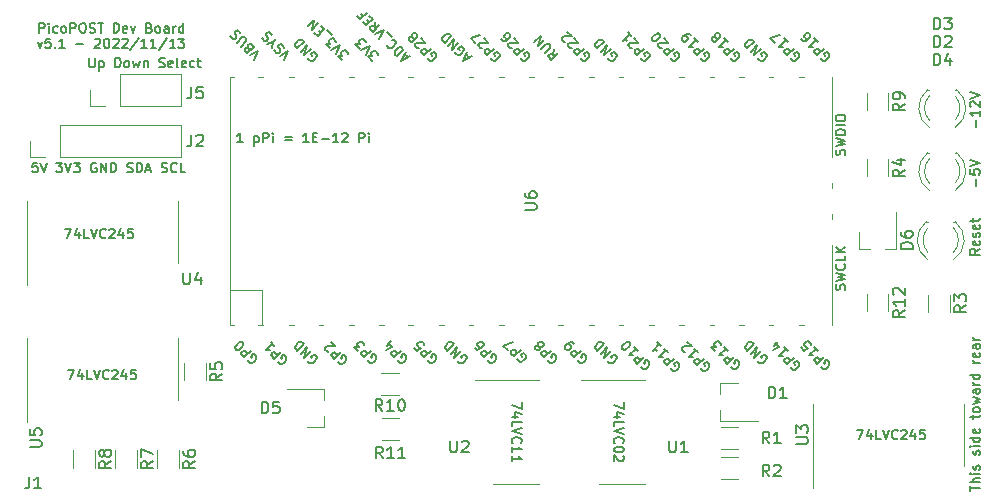
<source format=gbr>
%TF.GenerationSoftware,KiCad,Pcbnew,(6.0.5)*%
%TF.CreationDate,2022-11-13T19:37:50-06:00*%
%TF.ProjectId,ISA rev5,49534120-7265-4763-952e-6b696361645f,rev?*%
%TF.SameCoordinates,Original*%
%TF.FileFunction,Legend,Top*%
%TF.FilePolarity,Positive*%
%FSLAX46Y46*%
G04 Gerber Fmt 4.6, Leading zero omitted, Abs format (unit mm)*
G04 Created by KiCad (PCBNEW (6.0.5)) date 2022-11-13 19:37:50*
%MOMM*%
%LPD*%
G01*
G04 APERTURE LIST*
%ADD10C,0.152400*%
%ADD11C,0.150000*%
%ADD12C,0.120000*%
G04 APERTURE END LIST*
D10*
X107265409Y-115124895D02*
X106878361Y-115124895D01*
X106839657Y-115511942D01*
X106878361Y-115473238D01*
X106955771Y-115434533D01*
X107149295Y-115434533D01*
X107226704Y-115473238D01*
X107265409Y-115511942D01*
X107304114Y-115589352D01*
X107304114Y-115782876D01*
X107265409Y-115860285D01*
X107226704Y-115898990D01*
X107149295Y-115937695D01*
X106955771Y-115937695D01*
X106878361Y-115898990D01*
X106839657Y-115860285D01*
X107536342Y-115124895D02*
X107807276Y-115937695D01*
X108078209Y-115124895D01*
X108891009Y-115124895D02*
X109394171Y-115124895D01*
X109123238Y-115434533D01*
X109239352Y-115434533D01*
X109316761Y-115473238D01*
X109355466Y-115511942D01*
X109394171Y-115589352D01*
X109394171Y-115782876D01*
X109355466Y-115860285D01*
X109316761Y-115898990D01*
X109239352Y-115937695D01*
X109007123Y-115937695D01*
X108929714Y-115898990D01*
X108891009Y-115860285D01*
X109626400Y-115124895D02*
X109897333Y-115937695D01*
X110168266Y-115124895D01*
X110361790Y-115124895D02*
X110864952Y-115124895D01*
X110594019Y-115434533D01*
X110710133Y-115434533D01*
X110787542Y-115473238D01*
X110826247Y-115511942D01*
X110864952Y-115589352D01*
X110864952Y-115782876D01*
X110826247Y-115860285D01*
X110787542Y-115898990D01*
X110710133Y-115937695D01*
X110477904Y-115937695D01*
X110400495Y-115898990D01*
X110361790Y-115860285D01*
X112258323Y-115163600D02*
X112180914Y-115124895D01*
X112064800Y-115124895D01*
X111948685Y-115163600D01*
X111871276Y-115241009D01*
X111832571Y-115318419D01*
X111793866Y-115473238D01*
X111793866Y-115589352D01*
X111832571Y-115744171D01*
X111871276Y-115821580D01*
X111948685Y-115898990D01*
X112064800Y-115937695D01*
X112142209Y-115937695D01*
X112258323Y-115898990D01*
X112297028Y-115860285D01*
X112297028Y-115589352D01*
X112142209Y-115589352D01*
X112645371Y-115937695D02*
X112645371Y-115124895D01*
X113109828Y-115937695D01*
X113109828Y-115124895D01*
X113496876Y-115937695D02*
X113496876Y-115124895D01*
X113690400Y-115124895D01*
X113806514Y-115163600D01*
X113883923Y-115241009D01*
X113922628Y-115318419D01*
X113961333Y-115473238D01*
X113961333Y-115589352D01*
X113922628Y-115744171D01*
X113883923Y-115821580D01*
X113806514Y-115898990D01*
X113690400Y-115937695D01*
X113496876Y-115937695D01*
X114890247Y-115898990D02*
X115006361Y-115937695D01*
X115199885Y-115937695D01*
X115277295Y-115898990D01*
X115316000Y-115860285D01*
X115354704Y-115782876D01*
X115354704Y-115705466D01*
X115316000Y-115628057D01*
X115277295Y-115589352D01*
X115199885Y-115550647D01*
X115045066Y-115511942D01*
X114967657Y-115473238D01*
X114928952Y-115434533D01*
X114890247Y-115357123D01*
X114890247Y-115279714D01*
X114928952Y-115202304D01*
X114967657Y-115163600D01*
X115045066Y-115124895D01*
X115238590Y-115124895D01*
X115354704Y-115163600D01*
X115703047Y-115937695D02*
X115703047Y-115124895D01*
X115896571Y-115124895D01*
X116012685Y-115163600D01*
X116090095Y-115241009D01*
X116128800Y-115318419D01*
X116167504Y-115473238D01*
X116167504Y-115589352D01*
X116128800Y-115744171D01*
X116090095Y-115821580D01*
X116012685Y-115898990D01*
X115896571Y-115937695D01*
X115703047Y-115937695D01*
X116477142Y-115705466D02*
X116864190Y-115705466D01*
X116399733Y-115937695D02*
X116670666Y-115124895D01*
X116941600Y-115937695D01*
X117793104Y-115898990D02*
X117909219Y-115937695D01*
X118102742Y-115937695D01*
X118180152Y-115898990D01*
X118218857Y-115860285D01*
X118257561Y-115782876D01*
X118257561Y-115705466D01*
X118218857Y-115628057D01*
X118180152Y-115589352D01*
X118102742Y-115550647D01*
X117947923Y-115511942D01*
X117870514Y-115473238D01*
X117831809Y-115434533D01*
X117793104Y-115357123D01*
X117793104Y-115279714D01*
X117831809Y-115202304D01*
X117870514Y-115163600D01*
X117947923Y-115124895D01*
X118141447Y-115124895D01*
X118257561Y-115163600D01*
X119070361Y-115860285D02*
X119031657Y-115898990D01*
X118915542Y-115937695D01*
X118838133Y-115937695D01*
X118722019Y-115898990D01*
X118644609Y-115821580D01*
X118605904Y-115744171D01*
X118567200Y-115589352D01*
X118567200Y-115473238D01*
X118605904Y-115318419D01*
X118644609Y-115241009D01*
X118722019Y-115163600D01*
X118838133Y-115124895D01*
X118915542Y-115124895D01*
X119031657Y-115163600D01*
X119070361Y-115202304D01*
X119805752Y-115937695D02*
X119418704Y-115937695D01*
X119418704Y-115124895D01*
X111668076Y-106234895D02*
X111668076Y-106892876D01*
X111706780Y-106970285D01*
X111745485Y-107008990D01*
X111822895Y-107047695D01*
X111977714Y-107047695D01*
X112055123Y-107008990D01*
X112093828Y-106970285D01*
X112132533Y-106892876D01*
X112132533Y-106234895D01*
X112519580Y-106505828D02*
X112519580Y-107318628D01*
X112519580Y-106544533D02*
X112596990Y-106505828D01*
X112751809Y-106505828D01*
X112829219Y-106544533D01*
X112867923Y-106583238D01*
X112906628Y-106660647D01*
X112906628Y-106892876D01*
X112867923Y-106970285D01*
X112829219Y-107008990D01*
X112751809Y-107047695D01*
X112596990Y-107047695D01*
X112519580Y-107008990D01*
X113874247Y-107047695D02*
X113874247Y-106234895D01*
X114067771Y-106234895D01*
X114183885Y-106273600D01*
X114261295Y-106351009D01*
X114300000Y-106428419D01*
X114338704Y-106583238D01*
X114338704Y-106699352D01*
X114300000Y-106854171D01*
X114261295Y-106931580D01*
X114183885Y-107008990D01*
X114067771Y-107047695D01*
X113874247Y-107047695D01*
X114803161Y-107047695D02*
X114725752Y-107008990D01*
X114687047Y-106970285D01*
X114648342Y-106892876D01*
X114648342Y-106660647D01*
X114687047Y-106583238D01*
X114725752Y-106544533D01*
X114803161Y-106505828D01*
X114919276Y-106505828D01*
X114996685Y-106544533D01*
X115035390Y-106583238D01*
X115074095Y-106660647D01*
X115074095Y-106892876D01*
X115035390Y-106970285D01*
X114996685Y-107008990D01*
X114919276Y-107047695D01*
X114803161Y-107047695D01*
X115345028Y-106505828D02*
X115499847Y-107047695D01*
X115654666Y-106660647D01*
X115809485Y-107047695D01*
X115964304Y-106505828D01*
X116273942Y-106505828D02*
X116273942Y-107047695D01*
X116273942Y-106583238D02*
X116312647Y-106544533D01*
X116390057Y-106505828D01*
X116506171Y-106505828D01*
X116583580Y-106544533D01*
X116622285Y-106621942D01*
X116622285Y-107047695D01*
X117589904Y-107008990D02*
X117706019Y-107047695D01*
X117899542Y-107047695D01*
X117976952Y-107008990D01*
X118015657Y-106970285D01*
X118054361Y-106892876D01*
X118054361Y-106815466D01*
X118015657Y-106738057D01*
X117976952Y-106699352D01*
X117899542Y-106660647D01*
X117744723Y-106621942D01*
X117667314Y-106583238D01*
X117628609Y-106544533D01*
X117589904Y-106467123D01*
X117589904Y-106389714D01*
X117628609Y-106312304D01*
X117667314Y-106273600D01*
X117744723Y-106234895D01*
X117938247Y-106234895D01*
X118054361Y-106273600D01*
X118712342Y-107008990D02*
X118634933Y-107047695D01*
X118480114Y-107047695D01*
X118402704Y-107008990D01*
X118364000Y-106931580D01*
X118364000Y-106621942D01*
X118402704Y-106544533D01*
X118480114Y-106505828D01*
X118634933Y-106505828D01*
X118712342Y-106544533D01*
X118751047Y-106621942D01*
X118751047Y-106699352D01*
X118364000Y-106776761D01*
X119215504Y-107047695D02*
X119138095Y-107008990D01*
X119099390Y-106931580D01*
X119099390Y-106234895D01*
X119834780Y-107008990D02*
X119757371Y-107047695D01*
X119602552Y-107047695D01*
X119525142Y-107008990D01*
X119486438Y-106931580D01*
X119486438Y-106621942D01*
X119525142Y-106544533D01*
X119602552Y-106505828D01*
X119757371Y-106505828D01*
X119834780Y-106544533D01*
X119873485Y-106621942D01*
X119873485Y-106699352D01*
X119486438Y-106776761D01*
X120570171Y-107008990D02*
X120492761Y-107047695D01*
X120337942Y-107047695D01*
X120260533Y-107008990D01*
X120221828Y-106970285D01*
X120183123Y-106892876D01*
X120183123Y-106660647D01*
X120221828Y-106583238D01*
X120260533Y-106544533D01*
X120337942Y-106505828D01*
X120492761Y-106505828D01*
X120570171Y-106544533D01*
X120802400Y-106505828D02*
X121112038Y-106505828D01*
X120918514Y-106234895D02*
X120918514Y-106931580D01*
X120957219Y-107008990D01*
X121034628Y-107047695D01*
X121112038Y-107047695D01*
X124684971Y-113397695D02*
X124220514Y-113397695D01*
X124452742Y-113397695D02*
X124452742Y-112584895D01*
X124375333Y-112701009D01*
X124297923Y-112778419D01*
X124220514Y-112817123D01*
X125652590Y-112855828D02*
X125652590Y-113668628D01*
X125652590Y-112894533D02*
X125730000Y-112855828D01*
X125884819Y-112855828D01*
X125962228Y-112894533D01*
X126000933Y-112933238D01*
X126039638Y-113010647D01*
X126039638Y-113242876D01*
X126000933Y-113320285D01*
X125962228Y-113358990D01*
X125884819Y-113397695D01*
X125730000Y-113397695D01*
X125652590Y-113358990D01*
X126387980Y-113397695D02*
X126387980Y-112584895D01*
X126697619Y-112584895D01*
X126775028Y-112623600D01*
X126813733Y-112662304D01*
X126852438Y-112739714D01*
X126852438Y-112855828D01*
X126813733Y-112933238D01*
X126775028Y-112971942D01*
X126697619Y-113010647D01*
X126387980Y-113010647D01*
X127200780Y-113397695D02*
X127200780Y-112855828D01*
X127200780Y-112584895D02*
X127162076Y-112623600D01*
X127200780Y-112662304D01*
X127239485Y-112623600D01*
X127200780Y-112584895D01*
X127200780Y-112662304D01*
X128207104Y-112971942D02*
X128826380Y-112971942D01*
X128826380Y-113204171D02*
X128207104Y-113204171D01*
X130258457Y-113397695D02*
X129794000Y-113397695D01*
X130026228Y-113397695D02*
X130026228Y-112584895D01*
X129948819Y-112701009D01*
X129871409Y-112778419D01*
X129794000Y-112817123D01*
X130606800Y-112971942D02*
X130877733Y-112971942D01*
X130993847Y-113397695D02*
X130606800Y-113397695D01*
X130606800Y-112584895D01*
X130993847Y-112584895D01*
X131342190Y-113088057D02*
X131961466Y-113088057D01*
X132774266Y-113397695D02*
X132309809Y-113397695D01*
X132542038Y-113397695D02*
X132542038Y-112584895D01*
X132464628Y-112701009D01*
X132387219Y-112778419D01*
X132309809Y-112817123D01*
X133083904Y-112662304D02*
X133122609Y-112623600D01*
X133200019Y-112584895D01*
X133393542Y-112584895D01*
X133470952Y-112623600D01*
X133509657Y-112662304D01*
X133548361Y-112739714D01*
X133548361Y-112817123D01*
X133509657Y-112933238D01*
X133045200Y-113397695D01*
X133548361Y-113397695D01*
X134515980Y-113397695D02*
X134515980Y-112584895D01*
X134825619Y-112584895D01*
X134903028Y-112623600D01*
X134941733Y-112662304D01*
X134980438Y-112739714D01*
X134980438Y-112855828D01*
X134941733Y-112933238D01*
X134903028Y-112971942D01*
X134825619Y-113010647D01*
X134515980Y-113010647D01*
X135328780Y-113397695D02*
X135328780Y-112855828D01*
X135328780Y-112584895D02*
X135290076Y-112623600D01*
X135328780Y-112662304D01*
X135367485Y-112623600D01*
X135328780Y-112584895D01*
X135328780Y-112662304D01*
X156909104Y-135406190D02*
X156909104Y-135948057D01*
X156096304Y-135599714D01*
X156638171Y-136606038D02*
X156096304Y-136606038D01*
X156947809Y-136412514D02*
X156367238Y-136218990D01*
X156367238Y-136722152D01*
X156096304Y-137418838D02*
X156096304Y-137031790D01*
X156909104Y-137031790D01*
X156909104Y-137573657D02*
X156096304Y-137844590D01*
X156909104Y-138115523D01*
X156173714Y-138850914D02*
X156135009Y-138812209D01*
X156096304Y-138696095D01*
X156096304Y-138618685D01*
X156135009Y-138502571D01*
X156212419Y-138425161D01*
X156289828Y-138386457D01*
X156444647Y-138347752D01*
X156560761Y-138347752D01*
X156715580Y-138386457D01*
X156792990Y-138425161D01*
X156870400Y-138502571D01*
X156909104Y-138618685D01*
X156909104Y-138696095D01*
X156870400Y-138812209D01*
X156831695Y-138850914D01*
X156909104Y-139354076D02*
X156909104Y-139431485D01*
X156870400Y-139508895D01*
X156831695Y-139547600D01*
X156754285Y-139586304D01*
X156599466Y-139625009D01*
X156405942Y-139625009D01*
X156251123Y-139586304D01*
X156173714Y-139547600D01*
X156135009Y-139508895D01*
X156096304Y-139431485D01*
X156096304Y-139354076D01*
X156135009Y-139276666D01*
X156173714Y-139237961D01*
X156251123Y-139199257D01*
X156405942Y-139160552D01*
X156599466Y-139160552D01*
X156754285Y-139199257D01*
X156831695Y-139237961D01*
X156870400Y-139276666D01*
X156909104Y-139354076D01*
X156831695Y-139934647D02*
X156870400Y-139973352D01*
X156909104Y-140050761D01*
X156909104Y-140244285D01*
X156870400Y-140321695D01*
X156831695Y-140360400D01*
X156754285Y-140399104D01*
X156676876Y-140399104D01*
X156560761Y-140360400D01*
X156096304Y-139895942D01*
X156096304Y-140399104D01*
X176675142Y-137730895D02*
X177217009Y-137730895D01*
X176868666Y-138543695D01*
X177874990Y-138001828D02*
X177874990Y-138543695D01*
X177681466Y-137692190D02*
X177487942Y-138272761D01*
X177991104Y-138272761D01*
X178687790Y-138543695D02*
X178300742Y-138543695D01*
X178300742Y-137730895D01*
X178842609Y-137730895D02*
X179113542Y-138543695D01*
X179384476Y-137730895D01*
X180119866Y-138466285D02*
X180081161Y-138504990D01*
X179965047Y-138543695D01*
X179887638Y-138543695D01*
X179771523Y-138504990D01*
X179694114Y-138427580D01*
X179655409Y-138350171D01*
X179616704Y-138195352D01*
X179616704Y-138079238D01*
X179655409Y-137924419D01*
X179694114Y-137847009D01*
X179771523Y-137769600D01*
X179887638Y-137730895D01*
X179965047Y-137730895D01*
X180081161Y-137769600D01*
X180119866Y-137808304D01*
X180429504Y-137808304D02*
X180468209Y-137769600D01*
X180545619Y-137730895D01*
X180739142Y-137730895D01*
X180816552Y-137769600D01*
X180855257Y-137808304D01*
X180893961Y-137885714D01*
X180893961Y-137963123D01*
X180855257Y-138079238D01*
X180390800Y-138543695D01*
X180893961Y-138543695D01*
X181590647Y-138001828D02*
X181590647Y-138543695D01*
X181397123Y-137692190D02*
X181203600Y-138272761D01*
X181706761Y-138272761D01*
X182403447Y-137730895D02*
X182016400Y-137730895D01*
X181977695Y-138117942D01*
X182016400Y-138079238D01*
X182093809Y-138040533D01*
X182287333Y-138040533D01*
X182364742Y-138079238D01*
X182403447Y-138117942D01*
X182442152Y-138195352D01*
X182442152Y-138388876D01*
X182403447Y-138466285D01*
X182364742Y-138504990D01*
X182287333Y-138543695D01*
X182093809Y-138543695D01*
X182016400Y-138504990D01*
X181977695Y-138466285D01*
X186244895Y-142919752D02*
X186244895Y-142455295D01*
X187057695Y-142687523D02*
X186244895Y-142687523D01*
X187057695Y-142184361D02*
X186244895Y-142184361D01*
X187057695Y-141836019D02*
X186631942Y-141836019D01*
X186554533Y-141874723D01*
X186515828Y-141952133D01*
X186515828Y-142068247D01*
X186554533Y-142145657D01*
X186593238Y-142184361D01*
X187057695Y-141448971D02*
X186515828Y-141448971D01*
X186244895Y-141448971D02*
X186283600Y-141487676D01*
X186322304Y-141448971D01*
X186283600Y-141410266D01*
X186244895Y-141448971D01*
X186322304Y-141448971D01*
X187018990Y-141100628D02*
X187057695Y-141023219D01*
X187057695Y-140868400D01*
X187018990Y-140790990D01*
X186941580Y-140752285D01*
X186902876Y-140752285D01*
X186825466Y-140790990D01*
X186786761Y-140868400D01*
X186786761Y-140984514D01*
X186748057Y-141061923D01*
X186670647Y-141100628D01*
X186631942Y-141100628D01*
X186554533Y-141061923D01*
X186515828Y-140984514D01*
X186515828Y-140868400D01*
X186554533Y-140790990D01*
X187018990Y-139823371D02*
X187057695Y-139745961D01*
X187057695Y-139591142D01*
X187018990Y-139513733D01*
X186941580Y-139475028D01*
X186902876Y-139475028D01*
X186825466Y-139513733D01*
X186786761Y-139591142D01*
X186786761Y-139707257D01*
X186748057Y-139784666D01*
X186670647Y-139823371D01*
X186631942Y-139823371D01*
X186554533Y-139784666D01*
X186515828Y-139707257D01*
X186515828Y-139591142D01*
X186554533Y-139513733D01*
X187057695Y-139126685D02*
X186515828Y-139126685D01*
X186244895Y-139126685D02*
X186283600Y-139165390D01*
X186322304Y-139126685D01*
X186283600Y-139087980D01*
X186244895Y-139126685D01*
X186322304Y-139126685D01*
X187057695Y-138391295D02*
X186244895Y-138391295D01*
X187018990Y-138391295D02*
X187057695Y-138468704D01*
X187057695Y-138623523D01*
X187018990Y-138700933D01*
X186980285Y-138739638D01*
X186902876Y-138778342D01*
X186670647Y-138778342D01*
X186593238Y-138739638D01*
X186554533Y-138700933D01*
X186515828Y-138623523D01*
X186515828Y-138468704D01*
X186554533Y-138391295D01*
X187018990Y-137694609D02*
X187057695Y-137772019D01*
X187057695Y-137926838D01*
X187018990Y-138004247D01*
X186941580Y-138042952D01*
X186631942Y-138042952D01*
X186554533Y-138004247D01*
X186515828Y-137926838D01*
X186515828Y-137772019D01*
X186554533Y-137694609D01*
X186631942Y-137655904D01*
X186709352Y-137655904D01*
X186786761Y-138042952D01*
X186515828Y-136804400D02*
X186515828Y-136494761D01*
X186244895Y-136688285D02*
X186941580Y-136688285D01*
X187018990Y-136649580D01*
X187057695Y-136572171D01*
X187057695Y-136494761D01*
X187057695Y-136107714D02*
X187018990Y-136185123D01*
X186980285Y-136223828D01*
X186902876Y-136262533D01*
X186670647Y-136262533D01*
X186593238Y-136223828D01*
X186554533Y-136185123D01*
X186515828Y-136107714D01*
X186515828Y-135991600D01*
X186554533Y-135914190D01*
X186593238Y-135875485D01*
X186670647Y-135836780D01*
X186902876Y-135836780D01*
X186980285Y-135875485D01*
X187018990Y-135914190D01*
X187057695Y-135991600D01*
X187057695Y-136107714D01*
X186515828Y-135565847D02*
X187057695Y-135411028D01*
X186670647Y-135256209D01*
X187057695Y-135101390D01*
X186515828Y-134946571D01*
X187057695Y-134288590D02*
X186631942Y-134288590D01*
X186554533Y-134327295D01*
X186515828Y-134404704D01*
X186515828Y-134559523D01*
X186554533Y-134636933D01*
X187018990Y-134288590D02*
X187057695Y-134366000D01*
X187057695Y-134559523D01*
X187018990Y-134636933D01*
X186941580Y-134675638D01*
X186864171Y-134675638D01*
X186786761Y-134636933D01*
X186748057Y-134559523D01*
X186748057Y-134366000D01*
X186709352Y-134288590D01*
X187057695Y-133901542D02*
X186515828Y-133901542D01*
X186670647Y-133901542D02*
X186593238Y-133862838D01*
X186554533Y-133824133D01*
X186515828Y-133746723D01*
X186515828Y-133669314D01*
X187057695Y-133050038D02*
X186244895Y-133050038D01*
X187018990Y-133050038D02*
X187057695Y-133127447D01*
X187057695Y-133282266D01*
X187018990Y-133359676D01*
X186980285Y-133398380D01*
X186902876Y-133437085D01*
X186670647Y-133437085D01*
X186593238Y-133398380D01*
X186554533Y-133359676D01*
X186515828Y-133282266D01*
X186515828Y-133127447D01*
X186554533Y-133050038D01*
X187057695Y-132043714D02*
X186515828Y-132043714D01*
X186670647Y-132043714D02*
X186593238Y-132005009D01*
X186554533Y-131966304D01*
X186515828Y-131888895D01*
X186515828Y-131811485D01*
X187018990Y-131230914D02*
X187057695Y-131308323D01*
X187057695Y-131463142D01*
X187018990Y-131540552D01*
X186941580Y-131579257D01*
X186631942Y-131579257D01*
X186554533Y-131540552D01*
X186515828Y-131463142D01*
X186515828Y-131308323D01*
X186554533Y-131230914D01*
X186631942Y-131192209D01*
X186709352Y-131192209D01*
X186786761Y-131579257D01*
X187057695Y-130495523D02*
X186631942Y-130495523D01*
X186554533Y-130534228D01*
X186515828Y-130611638D01*
X186515828Y-130766457D01*
X186554533Y-130843866D01*
X187018990Y-130495523D02*
X187057695Y-130572933D01*
X187057695Y-130766457D01*
X187018990Y-130843866D01*
X186941580Y-130882571D01*
X186864171Y-130882571D01*
X186786761Y-130843866D01*
X186748057Y-130766457D01*
X186748057Y-130572933D01*
X186709352Y-130495523D01*
X187057695Y-130108476D02*
X186515828Y-130108476D01*
X186670647Y-130108476D02*
X186593238Y-130069771D01*
X186554533Y-130031066D01*
X186515828Y-129953657D01*
X186515828Y-129876247D01*
X109873142Y-132650895D02*
X110415009Y-132650895D01*
X110066666Y-133463695D01*
X111072990Y-132921828D02*
X111072990Y-133463695D01*
X110879466Y-132612190D02*
X110685942Y-133192761D01*
X111189104Y-133192761D01*
X111885790Y-133463695D02*
X111498742Y-133463695D01*
X111498742Y-132650895D01*
X112040609Y-132650895D02*
X112311542Y-133463695D01*
X112582476Y-132650895D01*
X113317866Y-133386285D02*
X113279161Y-133424990D01*
X113163047Y-133463695D01*
X113085638Y-133463695D01*
X112969523Y-133424990D01*
X112892114Y-133347580D01*
X112853409Y-133270171D01*
X112814704Y-133115352D01*
X112814704Y-132999238D01*
X112853409Y-132844419D01*
X112892114Y-132767009D01*
X112969523Y-132689600D01*
X113085638Y-132650895D01*
X113163047Y-132650895D01*
X113279161Y-132689600D01*
X113317866Y-132728304D01*
X113627504Y-132728304D02*
X113666209Y-132689600D01*
X113743619Y-132650895D01*
X113937142Y-132650895D01*
X114014552Y-132689600D01*
X114053257Y-132728304D01*
X114091961Y-132805714D01*
X114091961Y-132883123D01*
X114053257Y-132999238D01*
X113588800Y-133463695D01*
X114091961Y-133463695D01*
X114788647Y-132921828D02*
X114788647Y-133463695D01*
X114595123Y-132612190D02*
X114401600Y-133192761D01*
X114904761Y-133192761D01*
X115601447Y-132650895D02*
X115214400Y-132650895D01*
X115175695Y-133037942D01*
X115214400Y-132999238D01*
X115291809Y-132960533D01*
X115485333Y-132960533D01*
X115562742Y-132999238D01*
X115601447Y-133037942D01*
X115640152Y-133115352D01*
X115640152Y-133308876D01*
X115601447Y-133386285D01*
X115562742Y-133424990D01*
X115485333Y-133463695D01*
X115291809Y-133463695D01*
X115214400Y-133424990D01*
X115175695Y-133386285D01*
X187057695Y-122425580D02*
X186670647Y-122696514D01*
X187057695Y-122890038D02*
X186244895Y-122890038D01*
X186244895Y-122580400D01*
X186283600Y-122502990D01*
X186322304Y-122464285D01*
X186399714Y-122425580D01*
X186515828Y-122425580D01*
X186593238Y-122464285D01*
X186631942Y-122502990D01*
X186670647Y-122580400D01*
X186670647Y-122890038D01*
X187018990Y-121767600D02*
X187057695Y-121845009D01*
X187057695Y-121999828D01*
X187018990Y-122077238D01*
X186941580Y-122115942D01*
X186631942Y-122115942D01*
X186554533Y-122077238D01*
X186515828Y-121999828D01*
X186515828Y-121845009D01*
X186554533Y-121767600D01*
X186631942Y-121728895D01*
X186709352Y-121728895D01*
X186786761Y-122115942D01*
X187018990Y-121419257D02*
X187057695Y-121341847D01*
X187057695Y-121187028D01*
X187018990Y-121109619D01*
X186941580Y-121070914D01*
X186902876Y-121070914D01*
X186825466Y-121109619D01*
X186786761Y-121187028D01*
X186786761Y-121303142D01*
X186748057Y-121380552D01*
X186670647Y-121419257D01*
X186631942Y-121419257D01*
X186554533Y-121380552D01*
X186515828Y-121303142D01*
X186515828Y-121187028D01*
X186554533Y-121109619D01*
X187018990Y-120412933D02*
X187057695Y-120490342D01*
X187057695Y-120645161D01*
X187018990Y-120722571D01*
X186941580Y-120761276D01*
X186631942Y-120761276D01*
X186554533Y-120722571D01*
X186515828Y-120645161D01*
X186515828Y-120490342D01*
X186554533Y-120412933D01*
X186631942Y-120374228D01*
X186709352Y-120374228D01*
X186786761Y-120761276D01*
X186515828Y-120142000D02*
X186515828Y-119832361D01*
X186244895Y-120025885D02*
X186941580Y-120025885D01*
X187018990Y-119987180D01*
X187057695Y-119909771D01*
X187057695Y-119832361D01*
X186748057Y-117084323D02*
X186748057Y-116465047D01*
X186244895Y-115690952D02*
X186244895Y-116078000D01*
X186631942Y-116116704D01*
X186593238Y-116078000D01*
X186554533Y-116000590D01*
X186554533Y-115807066D01*
X186593238Y-115729657D01*
X186631942Y-115690952D01*
X186709352Y-115652247D01*
X186902876Y-115652247D01*
X186980285Y-115690952D01*
X187018990Y-115729657D01*
X187057695Y-115807066D01*
X187057695Y-116000590D01*
X187018990Y-116078000D01*
X186980285Y-116116704D01*
X186244895Y-115420019D02*
X187057695Y-115149085D01*
X186244895Y-114878152D01*
X186748057Y-112130114D02*
X186748057Y-111510838D01*
X187057695Y-110698038D02*
X187057695Y-111162495D01*
X187057695Y-110930266D02*
X186244895Y-110930266D01*
X186361009Y-111007676D01*
X186438419Y-111085085D01*
X186477123Y-111162495D01*
X186322304Y-110388400D02*
X186283600Y-110349695D01*
X186244895Y-110272285D01*
X186244895Y-110078761D01*
X186283600Y-110001352D01*
X186322304Y-109962647D01*
X186399714Y-109923942D01*
X186477123Y-109923942D01*
X186593238Y-109962647D01*
X187057695Y-110427104D01*
X187057695Y-109923942D01*
X186244895Y-109691714D02*
X187057695Y-109420780D01*
X186244895Y-109149847D01*
X107442000Y-104107391D02*
X107442000Y-103294591D01*
X107751638Y-103294591D01*
X107829047Y-103333296D01*
X107867752Y-103372000D01*
X107906457Y-103449410D01*
X107906457Y-103565524D01*
X107867752Y-103642934D01*
X107829047Y-103681638D01*
X107751638Y-103720343D01*
X107442000Y-103720343D01*
X108254800Y-104107391D02*
X108254800Y-103565524D01*
X108254800Y-103294591D02*
X108216095Y-103333296D01*
X108254800Y-103372000D01*
X108293504Y-103333296D01*
X108254800Y-103294591D01*
X108254800Y-103372000D01*
X108990190Y-104068686D02*
X108912780Y-104107391D01*
X108757961Y-104107391D01*
X108680552Y-104068686D01*
X108641847Y-104029981D01*
X108603142Y-103952572D01*
X108603142Y-103720343D01*
X108641847Y-103642934D01*
X108680552Y-103604229D01*
X108757961Y-103565524D01*
X108912780Y-103565524D01*
X108990190Y-103604229D01*
X109454647Y-104107391D02*
X109377238Y-104068686D01*
X109338533Y-104029981D01*
X109299828Y-103952572D01*
X109299828Y-103720343D01*
X109338533Y-103642934D01*
X109377238Y-103604229D01*
X109454647Y-103565524D01*
X109570761Y-103565524D01*
X109648171Y-103604229D01*
X109686876Y-103642934D01*
X109725580Y-103720343D01*
X109725580Y-103952572D01*
X109686876Y-104029981D01*
X109648171Y-104068686D01*
X109570761Y-104107391D01*
X109454647Y-104107391D01*
X110073923Y-104107391D02*
X110073923Y-103294591D01*
X110383561Y-103294591D01*
X110460971Y-103333296D01*
X110499676Y-103372000D01*
X110538380Y-103449410D01*
X110538380Y-103565524D01*
X110499676Y-103642934D01*
X110460971Y-103681638D01*
X110383561Y-103720343D01*
X110073923Y-103720343D01*
X111041542Y-103294591D02*
X111196361Y-103294591D01*
X111273771Y-103333296D01*
X111351180Y-103410705D01*
X111389885Y-103565524D01*
X111389885Y-103836457D01*
X111351180Y-103991276D01*
X111273771Y-104068686D01*
X111196361Y-104107391D01*
X111041542Y-104107391D01*
X110964133Y-104068686D01*
X110886723Y-103991276D01*
X110848019Y-103836457D01*
X110848019Y-103565524D01*
X110886723Y-103410705D01*
X110964133Y-103333296D01*
X111041542Y-103294591D01*
X111699523Y-104068686D02*
X111815638Y-104107391D01*
X112009161Y-104107391D01*
X112086571Y-104068686D01*
X112125276Y-104029981D01*
X112163980Y-103952572D01*
X112163980Y-103875162D01*
X112125276Y-103797753D01*
X112086571Y-103759048D01*
X112009161Y-103720343D01*
X111854342Y-103681638D01*
X111776933Y-103642934D01*
X111738228Y-103604229D01*
X111699523Y-103526819D01*
X111699523Y-103449410D01*
X111738228Y-103372000D01*
X111776933Y-103333296D01*
X111854342Y-103294591D01*
X112047866Y-103294591D01*
X112163980Y-103333296D01*
X112396209Y-103294591D02*
X112860666Y-103294591D01*
X112628438Y-104107391D02*
X112628438Y-103294591D01*
X113750876Y-104107391D02*
X113750876Y-103294591D01*
X113944400Y-103294591D01*
X114060514Y-103333296D01*
X114137923Y-103410705D01*
X114176628Y-103488115D01*
X114215333Y-103642934D01*
X114215333Y-103759048D01*
X114176628Y-103913867D01*
X114137923Y-103991276D01*
X114060514Y-104068686D01*
X113944400Y-104107391D01*
X113750876Y-104107391D01*
X114873314Y-104068686D02*
X114795904Y-104107391D01*
X114641085Y-104107391D01*
X114563676Y-104068686D01*
X114524971Y-103991276D01*
X114524971Y-103681638D01*
X114563676Y-103604229D01*
X114641085Y-103565524D01*
X114795904Y-103565524D01*
X114873314Y-103604229D01*
X114912019Y-103681638D01*
X114912019Y-103759048D01*
X114524971Y-103836457D01*
X115182952Y-103565524D02*
X115376476Y-104107391D01*
X115570000Y-103565524D01*
X116769847Y-103681638D02*
X116885961Y-103720343D01*
X116924666Y-103759048D01*
X116963371Y-103836457D01*
X116963371Y-103952572D01*
X116924666Y-104029981D01*
X116885961Y-104068686D01*
X116808552Y-104107391D01*
X116498914Y-104107391D01*
X116498914Y-103294591D01*
X116769847Y-103294591D01*
X116847257Y-103333296D01*
X116885961Y-103372000D01*
X116924666Y-103449410D01*
X116924666Y-103526819D01*
X116885961Y-103604229D01*
X116847257Y-103642934D01*
X116769847Y-103681638D01*
X116498914Y-103681638D01*
X117427828Y-104107391D02*
X117350419Y-104068686D01*
X117311714Y-104029981D01*
X117273009Y-103952572D01*
X117273009Y-103720343D01*
X117311714Y-103642934D01*
X117350419Y-103604229D01*
X117427828Y-103565524D01*
X117543942Y-103565524D01*
X117621352Y-103604229D01*
X117660057Y-103642934D01*
X117698761Y-103720343D01*
X117698761Y-103952572D01*
X117660057Y-104029981D01*
X117621352Y-104068686D01*
X117543942Y-104107391D01*
X117427828Y-104107391D01*
X118395447Y-104107391D02*
X118395447Y-103681638D01*
X118356742Y-103604229D01*
X118279333Y-103565524D01*
X118124514Y-103565524D01*
X118047104Y-103604229D01*
X118395447Y-104068686D02*
X118318038Y-104107391D01*
X118124514Y-104107391D01*
X118047104Y-104068686D01*
X118008400Y-103991276D01*
X118008400Y-103913867D01*
X118047104Y-103836457D01*
X118124514Y-103797753D01*
X118318038Y-103797753D01*
X118395447Y-103759048D01*
X118782495Y-104107391D02*
X118782495Y-103565524D01*
X118782495Y-103720343D02*
X118821200Y-103642934D01*
X118859904Y-103604229D01*
X118937314Y-103565524D01*
X119014723Y-103565524D01*
X119634000Y-104107391D02*
X119634000Y-103294591D01*
X119634000Y-104068686D02*
X119556590Y-104107391D01*
X119401771Y-104107391D01*
X119324361Y-104068686D01*
X119285657Y-104029981D01*
X119246952Y-103952572D01*
X119246952Y-103720343D01*
X119285657Y-103642934D01*
X119324361Y-103604229D01*
X119401771Y-103565524D01*
X119556590Y-103565524D01*
X119634000Y-103604229D01*
X107306533Y-104874132D02*
X107500057Y-105415999D01*
X107693580Y-104874132D01*
X108390266Y-104603199D02*
X108003219Y-104603199D01*
X107964514Y-104990246D01*
X108003219Y-104951542D01*
X108080628Y-104912837D01*
X108274152Y-104912837D01*
X108351561Y-104951542D01*
X108390266Y-104990246D01*
X108428971Y-105067656D01*
X108428971Y-105261180D01*
X108390266Y-105338589D01*
X108351561Y-105377294D01*
X108274152Y-105415999D01*
X108080628Y-105415999D01*
X108003219Y-105377294D01*
X107964514Y-105338589D01*
X108777314Y-105338589D02*
X108816019Y-105377294D01*
X108777314Y-105415999D01*
X108738609Y-105377294D01*
X108777314Y-105338589D01*
X108777314Y-105415999D01*
X109590114Y-105415999D02*
X109125657Y-105415999D01*
X109357885Y-105415999D02*
X109357885Y-104603199D01*
X109280476Y-104719313D01*
X109203066Y-104796723D01*
X109125657Y-104835427D01*
X110557733Y-105106361D02*
X111177009Y-105106361D01*
X112144628Y-104680608D02*
X112183333Y-104641904D01*
X112260742Y-104603199D01*
X112454266Y-104603199D01*
X112531676Y-104641904D01*
X112570380Y-104680608D01*
X112609085Y-104758018D01*
X112609085Y-104835427D01*
X112570380Y-104951542D01*
X112105923Y-105415999D01*
X112609085Y-105415999D01*
X113112247Y-104603199D02*
X113189657Y-104603199D01*
X113267066Y-104641904D01*
X113305771Y-104680608D01*
X113344476Y-104758018D01*
X113383180Y-104912837D01*
X113383180Y-105106361D01*
X113344476Y-105261180D01*
X113305771Y-105338589D01*
X113267066Y-105377294D01*
X113189657Y-105415999D01*
X113112247Y-105415999D01*
X113034838Y-105377294D01*
X112996133Y-105338589D01*
X112957428Y-105261180D01*
X112918723Y-105106361D01*
X112918723Y-104912837D01*
X112957428Y-104758018D01*
X112996133Y-104680608D01*
X113034838Y-104641904D01*
X113112247Y-104603199D01*
X113692819Y-104680608D02*
X113731523Y-104641904D01*
X113808933Y-104603199D01*
X114002457Y-104603199D01*
X114079866Y-104641904D01*
X114118571Y-104680608D01*
X114157276Y-104758018D01*
X114157276Y-104835427D01*
X114118571Y-104951542D01*
X113654114Y-105415999D01*
X114157276Y-105415999D01*
X114466914Y-104680608D02*
X114505619Y-104641904D01*
X114583028Y-104603199D01*
X114776552Y-104603199D01*
X114853961Y-104641904D01*
X114892666Y-104680608D01*
X114931371Y-104758018D01*
X114931371Y-104835427D01*
X114892666Y-104951542D01*
X114428209Y-105415999D01*
X114931371Y-105415999D01*
X115860285Y-104564494D02*
X115163600Y-105609523D01*
X116556971Y-105415999D02*
X116092514Y-105415999D01*
X116324742Y-105415999D02*
X116324742Y-104603199D01*
X116247333Y-104719313D01*
X116169923Y-104796723D01*
X116092514Y-104835427D01*
X117331066Y-105415999D02*
X116866609Y-105415999D01*
X117098838Y-105415999D02*
X117098838Y-104603199D01*
X117021428Y-104719313D01*
X116944019Y-104796723D01*
X116866609Y-104835427D01*
X118259980Y-104564494D02*
X117563295Y-105609523D01*
X118956666Y-105415999D02*
X118492209Y-105415999D01*
X118724438Y-105415999D02*
X118724438Y-104603199D01*
X118647028Y-104719313D01*
X118569619Y-104796723D01*
X118492209Y-104835427D01*
X119227600Y-104603199D02*
X119730761Y-104603199D01*
X119459828Y-104912837D01*
X119575942Y-104912837D01*
X119653352Y-104951542D01*
X119692057Y-104990246D01*
X119730761Y-105067656D01*
X119730761Y-105261180D01*
X119692057Y-105338589D01*
X119653352Y-105377294D01*
X119575942Y-105415999D01*
X119343714Y-105415999D01*
X119266304Y-105377294D01*
X119227600Y-105338589D01*
X148273104Y-135406190D02*
X148273104Y-135948057D01*
X147460304Y-135599714D01*
X148002171Y-136606038D02*
X147460304Y-136606038D01*
X148311809Y-136412514D02*
X147731238Y-136218990D01*
X147731238Y-136722152D01*
X147460304Y-137418838D02*
X147460304Y-137031790D01*
X148273104Y-137031790D01*
X148273104Y-137573657D02*
X147460304Y-137844590D01*
X148273104Y-138115523D01*
X147537714Y-138850914D02*
X147499009Y-138812209D01*
X147460304Y-138696095D01*
X147460304Y-138618685D01*
X147499009Y-138502571D01*
X147576419Y-138425161D01*
X147653828Y-138386457D01*
X147808647Y-138347752D01*
X147924761Y-138347752D01*
X148079580Y-138386457D01*
X148156990Y-138425161D01*
X148234400Y-138502571D01*
X148273104Y-138618685D01*
X148273104Y-138696095D01*
X148234400Y-138812209D01*
X148195695Y-138850914D01*
X147460304Y-139625009D02*
X147460304Y-139160552D01*
X147460304Y-139392780D02*
X148273104Y-139392780D01*
X148156990Y-139315371D01*
X148079580Y-139237961D01*
X148040876Y-139160552D01*
X147460304Y-140399104D02*
X147460304Y-139934647D01*
X147460304Y-140166876D02*
X148273104Y-140166876D01*
X148156990Y-140089466D01*
X148079580Y-140012057D01*
X148040876Y-139934647D01*
X109619142Y-120712895D02*
X110161009Y-120712895D01*
X109812666Y-121525695D01*
X110818990Y-120983828D02*
X110818990Y-121525695D01*
X110625466Y-120674190D02*
X110431942Y-121254761D01*
X110935104Y-121254761D01*
X111631790Y-121525695D02*
X111244742Y-121525695D01*
X111244742Y-120712895D01*
X111786609Y-120712895D02*
X112057542Y-121525695D01*
X112328476Y-120712895D01*
X113063866Y-121448285D02*
X113025161Y-121486990D01*
X112909047Y-121525695D01*
X112831638Y-121525695D01*
X112715523Y-121486990D01*
X112638114Y-121409580D01*
X112599409Y-121332171D01*
X112560704Y-121177352D01*
X112560704Y-121061238D01*
X112599409Y-120906419D01*
X112638114Y-120829009D01*
X112715523Y-120751600D01*
X112831638Y-120712895D01*
X112909047Y-120712895D01*
X113025161Y-120751600D01*
X113063866Y-120790304D01*
X113373504Y-120790304D02*
X113412209Y-120751600D01*
X113489619Y-120712895D01*
X113683142Y-120712895D01*
X113760552Y-120751600D01*
X113799257Y-120790304D01*
X113837961Y-120867714D01*
X113837961Y-120945123D01*
X113799257Y-121061238D01*
X113334800Y-121525695D01*
X113837961Y-121525695D01*
X114534647Y-120983828D02*
X114534647Y-121525695D01*
X114341123Y-120674190D02*
X114147600Y-121254761D01*
X114650761Y-121254761D01*
X115347447Y-120712895D02*
X114960400Y-120712895D01*
X114921695Y-121099942D01*
X114960400Y-121061238D01*
X115037809Y-121022533D01*
X115231333Y-121022533D01*
X115308742Y-121061238D01*
X115347447Y-121099942D01*
X115386152Y-121177352D01*
X115386152Y-121370876D01*
X115347447Y-121448285D01*
X115308742Y-121486990D01*
X115231333Y-121525695D01*
X115037809Y-121525695D01*
X114960400Y-121486990D01*
X114921695Y-121448285D01*
D11*
%TO.C,D5*%
X126261904Y-136342380D02*
X126261904Y-135342380D01*
X126500000Y-135342380D01*
X126642857Y-135390000D01*
X126738095Y-135485238D01*
X126785714Y-135580476D01*
X126833333Y-135770952D01*
X126833333Y-135913809D01*
X126785714Y-136104285D01*
X126738095Y-136199523D01*
X126642857Y-136294761D01*
X126500000Y-136342380D01*
X126261904Y-136342380D01*
X127738095Y-135342380D02*
X127261904Y-135342380D01*
X127214285Y-135818571D01*
X127261904Y-135770952D01*
X127357142Y-135723333D01*
X127595238Y-135723333D01*
X127690476Y-135770952D01*
X127738095Y-135818571D01*
X127785714Y-135913809D01*
X127785714Y-136151904D01*
X127738095Y-136247142D01*
X127690476Y-136294761D01*
X127595238Y-136342380D01*
X127357142Y-136342380D01*
X127261904Y-136294761D01*
X127214285Y-136247142D01*
%TO.C,D1*%
X169187904Y-135072380D02*
X169187904Y-134072380D01*
X169426000Y-134072380D01*
X169568857Y-134120000D01*
X169664095Y-134215238D01*
X169711714Y-134310476D01*
X169759333Y-134500952D01*
X169759333Y-134643809D01*
X169711714Y-134834285D01*
X169664095Y-134929523D01*
X169568857Y-135024761D01*
X169426000Y-135072380D01*
X169187904Y-135072380D01*
X170711714Y-135072380D02*
X170140285Y-135072380D01*
X170426000Y-135072380D02*
X170426000Y-134072380D01*
X170330761Y-134215238D01*
X170235523Y-134310476D01*
X170140285Y-134358095D01*
%TO.C,J5*%
X120316666Y-108672380D02*
X120316666Y-109386666D01*
X120269047Y-109529523D01*
X120173809Y-109624761D01*
X120030952Y-109672380D01*
X119935714Y-109672380D01*
X121269047Y-108672380D02*
X120792857Y-108672380D01*
X120745238Y-109148571D01*
X120792857Y-109100952D01*
X120888095Y-109053333D01*
X121126190Y-109053333D01*
X121221428Y-109100952D01*
X121269047Y-109148571D01*
X121316666Y-109243809D01*
X121316666Y-109481904D01*
X121269047Y-109577142D01*
X121221428Y-109624761D01*
X121126190Y-109672380D01*
X120888095Y-109672380D01*
X120792857Y-109624761D01*
X120745238Y-109577142D01*
%TO.C,U4*%
X119634095Y-124420380D02*
X119634095Y-125229904D01*
X119681714Y-125325142D01*
X119729333Y-125372761D01*
X119824571Y-125420380D01*
X120015047Y-125420380D01*
X120110285Y-125372761D01*
X120157904Y-125325142D01*
X120205523Y-125229904D01*
X120205523Y-124420380D01*
X121110285Y-124753714D02*
X121110285Y-125420380D01*
X120872190Y-124372761D02*
X120634095Y-125087047D01*
X121253142Y-125087047D01*
%TO.C,R2*%
X169251333Y-141676380D02*
X168918000Y-141200190D01*
X168679904Y-141676380D02*
X168679904Y-140676380D01*
X169060857Y-140676380D01*
X169156095Y-140724000D01*
X169203714Y-140771619D01*
X169251333Y-140866857D01*
X169251333Y-141009714D01*
X169203714Y-141104952D01*
X169156095Y-141152571D01*
X169060857Y-141200190D01*
X168679904Y-141200190D01*
X169632285Y-140771619D02*
X169679904Y-140724000D01*
X169775142Y-140676380D01*
X170013238Y-140676380D01*
X170108476Y-140724000D01*
X170156095Y-140771619D01*
X170203714Y-140866857D01*
X170203714Y-140962095D01*
X170156095Y-141104952D01*
X169584666Y-141676380D01*
X170203714Y-141676380D01*
%TO.C,R3*%
X185914380Y-127192666D02*
X185438190Y-127526000D01*
X185914380Y-127764095D02*
X184914380Y-127764095D01*
X184914380Y-127383142D01*
X184962000Y-127287904D01*
X185009619Y-127240285D01*
X185104857Y-127192666D01*
X185247714Y-127192666D01*
X185342952Y-127240285D01*
X185390571Y-127287904D01*
X185438190Y-127383142D01*
X185438190Y-127764095D01*
X184914380Y-126859333D02*
X184914380Y-126240285D01*
X185295333Y-126573619D01*
X185295333Y-126430761D01*
X185342952Y-126335523D01*
X185390571Y-126287904D01*
X185485809Y-126240285D01*
X185723904Y-126240285D01*
X185819142Y-126287904D01*
X185866761Y-126335523D01*
X185914380Y-126430761D01*
X185914380Y-126716476D01*
X185866761Y-126811714D01*
X185819142Y-126859333D01*
%TO.C,U3*%
X171526380Y-138937904D02*
X172335904Y-138937904D01*
X172431142Y-138890285D01*
X172478761Y-138842666D01*
X172526380Y-138747428D01*
X172526380Y-138556952D01*
X172478761Y-138461714D01*
X172431142Y-138414095D01*
X172335904Y-138366476D01*
X171526380Y-138366476D01*
X171526380Y-137985523D02*
X171526380Y-137366476D01*
X171907333Y-137699809D01*
X171907333Y-137556952D01*
X171954952Y-137461714D01*
X172002571Y-137414095D01*
X172097809Y-137366476D01*
X172335904Y-137366476D01*
X172431142Y-137414095D01*
X172478761Y-137461714D01*
X172526380Y-137556952D01*
X172526380Y-137842666D01*
X172478761Y-137937904D01*
X172431142Y-137985523D01*
%TO.C,R11*%
X136517142Y-140152380D02*
X136183809Y-139676190D01*
X135945714Y-140152380D02*
X135945714Y-139152380D01*
X136326666Y-139152380D01*
X136421904Y-139200000D01*
X136469523Y-139247619D01*
X136517142Y-139342857D01*
X136517142Y-139485714D01*
X136469523Y-139580952D01*
X136421904Y-139628571D01*
X136326666Y-139676190D01*
X135945714Y-139676190D01*
X137469523Y-140152380D02*
X136898095Y-140152380D01*
X137183809Y-140152380D02*
X137183809Y-139152380D01*
X137088571Y-139295238D01*
X136993333Y-139390476D01*
X136898095Y-139438095D01*
X138421904Y-140152380D02*
X137850476Y-140152380D01*
X138136190Y-140152380D02*
X138136190Y-139152380D01*
X138040952Y-139295238D01*
X137945714Y-139390476D01*
X137850476Y-139438095D01*
%TO.C,U6*%
X148550380Y-119125904D02*
X149359904Y-119125904D01*
X149455142Y-119078285D01*
X149502761Y-119030666D01*
X149550380Y-118935428D01*
X149550380Y-118744952D01*
X149502761Y-118649714D01*
X149455142Y-118602095D01*
X149359904Y-118554476D01*
X148550380Y-118554476D01*
X148550380Y-117649714D02*
X148550380Y-117840190D01*
X148598000Y-117935428D01*
X148645619Y-117983047D01*
X148788476Y-118078285D01*
X148978952Y-118125904D01*
X149359904Y-118125904D01*
X149455142Y-118078285D01*
X149502761Y-118030666D01*
X149550380Y-117935428D01*
X149550380Y-117744952D01*
X149502761Y-117649714D01*
X149455142Y-117602095D01*
X149359904Y-117554476D01*
X149121809Y-117554476D01*
X149026571Y-117602095D01*
X148978952Y-117649714D01*
X148931333Y-117744952D01*
X148931333Y-117935428D01*
X148978952Y-118030666D01*
X149026571Y-118078285D01*
X149121809Y-118125904D01*
X160918592Y-106266277D02*
X160945529Y-106347089D01*
X161026341Y-106427902D01*
X161134091Y-106481776D01*
X161241841Y-106481776D01*
X161322653Y-106454839D01*
X161457340Y-106374027D01*
X161538152Y-106293215D01*
X161618964Y-106158528D01*
X161645902Y-106077715D01*
X161645902Y-105969966D01*
X161592027Y-105862216D01*
X161538152Y-105808341D01*
X161430402Y-105754467D01*
X161376528Y-105754467D01*
X161187966Y-105943028D01*
X161295715Y-106050778D01*
X161187966Y-105458155D02*
X160622280Y-106023841D01*
X160406781Y-105808341D01*
X160379844Y-105727529D01*
X160379844Y-105673654D01*
X160406781Y-105592842D01*
X160487593Y-105512030D01*
X160568406Y-105485093D01*
X160622280Y-105485093D01*
X160703093Y-105512030D01*
X160918592Y-105727529D01*
X160137407Y-105431218D02*
X160083532Y-105431218D01*
X160002720Y-105404280D01*
X159868033Y-105269593D01*
X159841096Y-105188781D01*
X159841096Y-105134906D01*
X159868033Y-105054094D01*
X159921908Y-105000219D01*
X160029658Y-104946345D01*
X160676155Y-104946345D01*
X160325969Y-104596158D01*
X159410097Y-104811658D02*
X159356223Y-104757783D01*
X159329285Y-104676971D01*
X159329285Y-104623096D01*
X159356223Y-104542284D01*
X159437035Y-104407597D01*
X159571722Y-104272910D01*
X159706409Y-104192097D01*
X159787221Y-104165160D01*
X159841096Y-104165160D01*
X159921908Y-104192097D01*
X159975783Y-104245972D01*
X160002720Y-104326784D01*
X160002720Y-104380659D01*
X159975783Y-104461471D01*
X159894971Y-104596158D01*
X159760284Y-104730845D01*
X159625597Y-104811658D01*
X159544784Y-104838595D01*
X159490910Y-104838595D01*
X159410097Y-104811658D01*
X125625309Y-106410870D02*
X126002433Y-105656622D01*
X125248186Y-106033746D01*
X125140436Y-105387248D02*
X125086561Y-105279499D01*
X125086561Y-105225624D01*
X125113499Y-105144812D01*
X125194311Y-105064000D01*
X125275123Y-105037062D01*
X125328998Y-105037062D01*
X125409810Y-105064000D01*
X125625309Y-105279499D01*
X125059624Y-105845184D01*
X124871062Y-105656622D01*
X124844125Y-105575810D01*
X124844125Y-105521935D01*
X124871062Y-105441123D01*
X124924937Y-105387248D01*
X125005749Y-105360311D01*
X125059624Y-105360311D01*
X125140436Y-105387248D01*
X125328998Y-105575810D01*
X124493938Y-105279499D02*
X124951874Y-104821563D01*
X124978812Y-104740751D01*
X124978812Y-104686876D01*
X124951874Y-104606064D01*
X124844125Y-104498314D01*
X124763312Y-104471377D01*
X124709438Y-104471377D01*
X124628625Y-104498314D01*
X124170690Y-104956250D01*
X124467001Y-104175065D02*
X124413126Y-104067316D01*
X124278439Y-103932629D01*
X124197627Y-103905691D01*
X124143752Y-103905691D01*
X124062940Y-103932629D01*
X124009065Y-103986503D01*
X123982128Y-104067316D01*
X123982128Y-104121190D01*
X124009065Y-104202003D01*
X124089877Y-104336690D01*
X124116815Y-104417502D01*
X124116815Y-104471377D01*
X124089877Y-104552189D01*
X124036003Y-104606064D01*
X123955190Y-104633001D01*
X123901316Y-104633001D01*
X123820503Y-104606064D01*
X123685816Y-104471377D01*
X123631942Y-104363627D01*
X173618592Y-132374277D02*
X173645529Y-132455089D01*
X173726341Y-132535902D01*
X173834091Y-132589776D01*
X173941841Y-132589776D01*
X174022653Y-132562839D01*
X174157340Y-132482027D01*
X174238152Y-132401215D01*
X174318964Y-132266528D01*
X174345902Y-132185715D01*
X174345902Y-132077966D01*
X174292027Y-131970216D01*
X174238152Y-131916341D01*
X174130402Y-131862467D01*
X174076528Y-131862467D01*
X173887966Y-132051028D01*
X173995715Y-132158778D01*
X173887966Y-131566155D02*
X173322280Y-132131841D01*
X173106781Y-131916341D01*
X173079844Y-131835529D01*
X173079844Y-131781654D01*
X173106781Y-131700842D01*
X173187593Y-131620030D01*
X173268406Y-131593093D01*
X173322280Y-131593093D01*
X173403093Y-131620030D01*
X173618592Y-131835529D01*
X173025969Y-130704158D02*
X173349218Y-131027407D01*
X173187593Y-130865783D02*
X172621908Y-131431468D01*
X172756595Y-131404531D01*
X172864345Y-131404531D01*
X172945157Y-131431468D01*
X171948473Y-130758033D02*
X172217847Y-131027407D01*
X172514158Y-130784971D01*
X172460284Y-130784971D01*
X172379471Y-130758033D01*
X172244784Y-130623346D01*
X172217847Y-130542534D01*
X172217847Y-130488659D01*
X172244784Y-130407847D01*
X172379471Y-130273160D01*
X172460284Y-130246223D01*
X172514158Y-130246223D01*
X172594971Y-130273160D01*
X172729658Y-130407847D01*
X172756595Y-130488659D01*
X172756595Y-130542534D01*
X145688592Y-106266277D02*
X145715529Y-106347089D01*
X145796341Y-106427902D01*
X145904091Y-106481776D01*
X146011841Y-106481776D01*
X146092653Y-106454839D01*
X146227340Y-106374027D01*
X146308152Y-106293215D01*
X146388964Y-106158528D01*
X146415902Y-106077715D01*
X146415902Y-105969966D01*
X146362027Y-105862216D01*
X146308152Y-105808341D01*
X146200402Y-105754467D01*
X146146528Y-105754467D01*
X145957966Y-105943028D01*
X146065715Y-106050778D01*
X145957966Y-105458155D02*
X145392280Y-106023841D01*
X145176781Y-105808341D01*
X145149844Y-105727529D01*
X145149844Y-105673654D01*
X145176781Y-105592842D01*
X145257593Y-105512030D01*
X145338406Y-105485093D01*
X145392280Y-105485093D01*
X145473093Y-105512030D01*
X145688592Y-105727529D01*
X144907407Y-105431218D02*
X144853532Y-105431218D01*
X144772720Y-105404280D01*
X144638033Y-105269593D01*
X144611096Y-105188781D01*
X144611096Y-105134906D01*
X144638033Y-105054094D01*
X144691908Y-105000219D01*
X144799658Y-104946345D01*
X145446155Y-104946345D01*
X145095969Y-104596158D01*
X144341722Y-104973282D02*
X143964598Y-104596158D01*
X144772720Y-104272910D01*
X135588592Y-106474152D02*
X135238406Y-106123966D01*
X135642467Y-106097028D01*
X135561654Y-106016216D01*
X135534717Y-105935404D01*
X135534717Y-105881529D01*
X135561654Y-105800717D01*
X135696341Y-105666030D01*
X135777154Y-105639093D01*
X135831028Y-105639093D01*
X135911841Y-105666030D01*
X136073465Y-105827654D01*
X136100402Y-105908467D01*
X136100402Y-105962341D01*
X135076781Y-105962341D02*
X135453905Y-105208094D01*
X134699658Y-105585218D01*
X134564971Y-105450531D02*
X134214784Y-105100345D01*
X134618845Y-105073407D01*
X134538033Y-104992595D01*
X134511096Y-104911783D01*
X134511096Y-104857908D01*
X134538033Y-104777096D01*
X134672720Y-104642409D01*
X134753532Y-104615471D01*
X134807407Y-104615471D01*
X134888219Y-104642409D01*
X135049844Y-104804033D01*
X135076781Y-104884845D01*
X135076781Y-104938720D01*
X171078592Y-106266277D02*
X171105529Y-106347089D01*
X171186341Y-106427902D01*
X171294091Y-106481776D01*
X171401841Y-106481776D01*
X171482653Y-106454839D01*
X171617340Y-106374027D01*
X171698152Y-106293215D01*
X171778964Y-106158528D01*
X171805902Y-106077715D01*
X171805902Y-105969966D01*
X171752027Y-105862216D01*
X171698152Y-105808341D01*
X171590402Y-105754467D01*
X171536528Y-105754467D01*
X171347966Y-105943028D01*
X171455715Y-106050778D01*
X171347966Y-105458155D02*
X170782280Y-106023841D01*
X170566781Y-105808341D01*
X170539844Y-105727529D01*
X170539844Y-105673654D01*
X170566781Y-105592842D01*
X170647593Y-105512030D01*
X170728406Y-105485093D01*
X170782280Y-105485093D01*
X170863093Y-105512030D01*
X171078592Y-105727529D01*
X170485969Y-104596158D02*
X170809218Y-104919407D01*
X170647593Y-104757783D02*
X170081908Y-105323468D01*
X170216595Y-105296531D01*
X170324345Y-105296531D01*
X170405157Y-105323468D01*
X169731722Y-104973282D02*
X169354598Y-104596158D01*
X170162720Y-104272910D01*
X155596155Y-106277841D02*
X155623093Y-106358653D01*
X155703905Y-106439465D01*
X155811654Y-106493340D01*
X155919404Y-106493340D01*
X156000216Y-106466402D01*
X156134903Y-106385590D01*
X156215715Y-106304778D01*
X156296528Y-106170091D01*
X156323465Y-106089279D01*
X156323465Y-105981529D01*
X156269590Y-105873780D01*
X156215715Y-105819905D01*
X156107966Y-105766030D01*
X156054091Y-105766030D01*
X155865529Y-105954592D01*
X155973279Y-106062341D01*
X155865529Y-105469719D02*
X155299844Y-106035404D01*
X155542280Y-105146470D01*
X154976595Y-105712155D01*
X155272906Y-104877096D02*
X154707221Y-105442781D01*
X154572534Y-105308094D01*
X154518659Y-105200345D01*
X154518659Y-105092595D01*
X154545597Y-105011783D01*
X154626409Y-104877096D01*
X154707221Y-104796284D01*
X154841908Y-104715471D01*
X154922720Y-104688534D01*
X155030470Y-104688534D01*
X155138219Y-104742409D01*
X155272906Y-104877096D01*
X151041435Y-105525624D02*
X150960622Y-105983560D01*
X151364683Y-105848873D02*
X150798998Y-106414558D01*
X150583499Y-106199059D01*
X150556561Y-106118247D01*
X150556561Y-106064372D01*
X150583499Y-105983560D01*
X150664311Y-105902748D01*
X150745123Y-105875810D01*
X150798998Y-105875810D01*
X150879810Y-105902748D01*
X151095309Y-106118247D01*
X150233312Y-105848873D02*
X150691248Y-105390937D01*
X150718186Y-105310125D01*
X150718186Y-105256250D01*
X150691248Y-105175438D01*
X150583499Y-105067688D01*
X150502687Y-105040751D01*
X150448812Y-105040751D01*
X150368000Y-105067688D01*
X149910064Y-105525624D01*
X150206375Y-104690564D02*
X149640690Y-105256250D01*
X149883126Y-104367316D01*
X149317441Y-104933001D01*
X165998592Y-106266277D02*
X166025529Y-106347089D01*
X166106341Y-106427902D01*
X166214091Y-106481776D01*
X166321841Y-106481776D01*
X166402653Y-106454839D01*
X166537340Y-106374027D01*
X166618152Y-106293215D01*
X166698964Y-106158528D01*
X166725902Y-106077715D01*
X166725902Y-105969966D01*
X166672027Y-105862216D01*
X166618152Y-105808341D01*
X166510402Y-105754467D01*
X166456528Y-105754467D01*
X166267966Y-105943028D01*
X166375715Y-106050778D01*
X166267966Y-105458155D02*
X165702280Y-106023841D01*
X165486781Y-105808341D01*
X165459844Y-105727529D01*
X165459844Y-105673654D01*
X165486781Y-105592842D01*
X165567593Y-105512030D01*
X165648406Y-105485093D01*
X165702280Y-105485093D01*
X165783093Y-105512030D01*
X165998592Y-105727529D01*
X165405969Y-104596158D02*
X165729218Y-104919407D01*
X165567593Y-104757783D02*
X165001908Y-105323468D01*
X165136595Y-105296531D01*
X165244345Y-105296531D01*
X165325157Y-105323468D01*
X164759471Y-104596158D02*
X164786409Y-104676971D01*
X164786409Y-104730845D01*
X164759471Y-104811658D01*
X164732534Y-104838595D01*
X164651722Y-104865532D01*
X164597847Y-104865532D01*
X164517035Y-104838595D01*
X164409285Y-104730845D01*
X164382348Y-104650033D01*
X164382348Y-104596158D01*
X164409285Y-104515346D01*
X164436223Y-104488409D01*
X164517035Y-104461471D01*
X164570910Y-104461471D01*
X164651722Y-104488409D01*
X164759471Y-104596158D01*
X164840284Y-104623096D01*
X164894158Y-104623096D01*
X164974971Y-104596158D01*
X165082720Y-104488409D01*
X165109658Y-104407597D01*
X165109658Y-104353722D01*
X165082720Y-104272910D01*
X164974971Y-104165160D01*
X164894158Y-104138223D01*
X164840284Y-104138223D01*
X164759471Y-104165160D01*
X164651722Y-104272910D01*
X164624784Y-104353722D01*
X164624784Y-104407597D01*
X164651722Y-104488409D01*
X168296155Y-131877841D02*
X168323093Y-131958653D01*
X168403905Y-132039465D01*
X168511654Y-132093340D01*
X168619404Y-132093340D01*
X168700216Y-132066402D01*
X168834903Y-131985590D01*
X168915715Y-131904778D01*
X168996528Y-131770091D01*
X169023465Y-131689279D01*
X169023465Y-131581529D01*
X168969590Y-131473780D01*
X168915715Y-131419905D01*
X168807966Y-131366030D01*
X168754091Y-131366030D01*
X168565529Y-131554592D01*
X168673279Y-131662341D01*
X168565529Y-131069719D02*
X167999844Y-131635404D01*
X168242280Y-130746470D01*
X167676595Y-131312155D01*
X167972906Y-130477096D02*
X167407221Y-131042781D01*
X167272534Y-130908094D01*
X167218659Y-130800345D01*
X167218659Y-130692595D01*
X167245597Y-130611783D01*
X167326409Y-130477096D01*
X167407221Y-130396284D01*
X167541908Y-130315471D01*
X167622720Y-130288534D01*
X167730470Y-130288534D01*
X167838219Y-130342409D01*
X167972906Y-130477096D01*
X165998592Y-132374277D02*
X166025529Y-132455089D01*
X166106341Y-132535902D01*
X166214091Y-132589776D01*
X166321841Y-132589776D01*
X166402653Y-132562839D01*
X166537340Y-132482027D01*
X166618152Y-132401215D01*
X166698964Y-132266528D01*
X166725902Y-132185715D01*
X166725902Y-132077966D01*
X166672027Y-131970216D01*
X166618152Y-131916341D01*
X166510402Y-131862467D01*
X166456528Y-131862467D01*
X166267966Y-132051028D01*
X166375715Y-132158778D01*
X166267966Y-131566155D02*
X165702280Y-132131841D01*
X165486781Y-131916341D01*
X165459844Y-131835529D01*
X165459844Y-131781654D01*
X165486781Y-131700842D01*
X165567593Y-131620030D01*
X165648406Y-131593093D01*
X165702280Y-131593093D01*
X165783093Y-131620030D01*
X165998592Y-131835529D01*
X165405969Y-130704158D02*
X165729218Y-131027407D01*
X165567593Y-130865783D02*
X165001908Y-131431468D01*
X165136595Y-131404531D01*
X165244345Y-131404531D01*
X165325157Y-131431468D01*
X164651722Y-131081282D02*
X164301536Y-130731096D01*
X164705597Y-130704158D01*
X164624784Y-130623346D01*
X164597847Y-130542534D01*
X164597847Y-130488659D01*
X164624784Y-130407847D01*
X164759471Y-130273160D01*
X164840284Y-130246223D01*
X164894158Y-130246223D01*
X164974971Y-130273160D01*
X165136595Y-130434784D01*
X165163532Y-130515597D01*
X165163532Y-130569471D01*
X150489218Y-131850903D02*
X150516155Y-131931715D01*
X150596967Y-132012528D01*
X150704717Y-132066402D01*
X150812467Y-132066402D01*
X150893279Y-132039465D01*
X151027966Y-131958653D01*
X151108778Y-131877841D01*
X151189590Y-131743154D01*
X151216528Y-131662341D01*
X151216528Y-131554592D01*
X151162653Y-131446842D01*
X151108778Y-131392967D01*
X151001028Y-131339093D01*
X150947154Y-131339093D01*
X150758592Y-131527654D01*
X150866341Y-131635404D01*
X150758592Y-131042781D02*
X150192906Y-131608467D01*
X149977407Y-131392967D01*
X149950470Y-131312155D01*
X149950470Y-131258280D01*
X149977407Y-131177468D01*
X150058219Y-131096656D01*
X150139032Y-131069719D01*
X150192906Y-131069719D01*
X150273719Y-131096656D01*
X150489218Y-131312155D01*
X149788845Y-130719532D02*
X149815783Y-130800345D01*
X149815783Y-130854219D01*
X149788845Y-130935032D01*
X149761908Y-130961969D01*
X149681096Y-130988906D01*
X149627221Y-130988906D01*
X149546409Y-130961969D01*
X149438659Y-130854219D01*
X149411722Y-130773407D01*
X149411722Y-130719532D01*
X149438659Y-130638720D01*
X149465597Y-130611783D01*
X149546409Y-130584845D01*
X149600284Y-130584845D01*
X149681096Y-130611783D01*
X149788845Y-130719532D01*
X149869658Y-130746470D01*
X149923532Y-130746470D01*
X150004345Y-130719532D01*
X150112094Y-130611783D01*
X150139032Y-130530971D01*
X150139032Y-130477096D01*
X150112094Y-130396284D01*
X150004345Y-130288534D01*
X149923532Y-130261597D01*
X149869658Y-130261597D01*
X149788845Y-130288534D01*
X149681096Y-130396284D01*
X149654158Y-130477096D01*
X149654158Y-130530971D01*
X149681096Y-130611783D01*
X153029218Y-131850903D02*
X153056155Y-131931715D01*
X153136967Y-132012528D01*
X153244717Y-132066402D01*
X153352467Y-132066402D01*
X153433279Y-132039465D01*
X153567966Y-131958653D01*
X153648778Y-131877841D01*
X153729590Y-131743154D01*
X153756528Y-131662341D01*
X153756528Y-131554592D01*
X153702653Y-131446842D01*
X153648778Y-131392967D01*
X153541028Y-131339093D01*
X153487154Y-131339093D01*
X153298592Y-131527654D01*
X153406341Y-131635404D01*
X153298592Y-131042781D02*
X152732906Y-131608467D01*
X152517407Y-131392967D01*
X152490470Y-131312155D01*
X152490470Y-131258280D01*
X152517407Y-131177468D01*
X152598219Y-131096656D01*
X152679032Y-131069719D01*
X152732906Y-131069719D01*
X152813719Y-131096656D01*
X153029218Y-131312155D01*
X152705969Y-130450158D02*
X152598219Y-130342409D01*
X152517407Y-130315471D01*
X152463532Y-130315471D01*
X152328845Y-130342409D01*
X152194158Y-130423221D01*
X151978659Y-130638720D01*
X151951722Y-130719532D01*
X151951722Y-130773407D01*
X151978659Y-130854219D01*
X152086409Y-130961969D01*
X152167221Y-130988906D01*
X152221096Y-130988906D01*
X152301908Y-130961969D01*
X152436595Y-130827282D01*
X152463532Y-130746470D01*
X152463532Y-130692595D01*
X152436595Y-130611783D01*
X152328845Y-130504033D01*
X152248033Y-130477096D01*
X152194158Y-130477096D01*
X152113346Y-130504033D01*
X130196155Y-106277841D02*
X130223093Y-106358653D01*
X130303905Y-106439465D01*
X130411654Y-106493340D01*
X130519404Y-106493340D01*
X130600216Y-106466402D01*
X130734903Y-106385590D01*
X130815715Y-106304778D01*
X130896528Y-106170091D01*
X130923465Y-106089279D01*
X130923465Y-105981529D01*
X130869590Y-105873780D01*
X130815715Y-105819905D01*
X130707966Y-105766030D01*
X130654091Y-105766030D01*
X130465529Y-105954592D01*
X130573279Y-106062341D01*
X130465529Y-105469719D02*
X129899844Y-106035404D01*
X130142280Y-105146470D01*
X129576595Y-105712155D01*
X129872906Y-104877096D02*
X129307221Y-105442781D01*
X129172534Y-105308094D01*
X129118659Y-105200345D01*
X129118659Y-105092595D01*
X129145597Y-105011783D01*
X129226409Y-104877096D01*
X129307221Y-104796284D01*
X129441908Y-104715471D01*
X129522720Y-104688534D01*
X129630470Y-104688534D01*
X129738219Y-104742409D01*
X129872906Y-104877096D01*
X175621809Y-114459238D02*
X175659904Y-114344952D01*
X175659904Y-114154476D01*
X175621809Y-114078285D01*
X175583714Y-114040190D01*
X175507523Y-114002095D01*
X175431333Y-114002095D01*
X175355142Y-114040190D01*
X175317047Y-114078285D01*
X175278952Y-114154476D01*
X175240857Y-114306857D01*
X175202761Y-114383047D01*
X175164666Y-114421142D01*
X175088476Y-114459238D01*
X175012285Y-114459238D01*
X174936095Y-114421142D01*
X174898000Y-114383047D01*
X174859904Y-114306857D01*
X174859904Y-114116380D01*
X174898000Y-114002095D01*
X174859904Y-113735428D02*
X175659904Y-113544952D01*
X175088476Y-113392571D01*
X175659904Y-113240190D01*
X174859904Y-113049714D01*
X175659904Y-112744952D02*
X174859904Y-112744952D01*
X174859904Y-112554476D01*
X174898000Y-112440190D01*
X174974190Y-112364000D01*
X175050380Y-112325904D01*
X175202761Y-112287809D01*
X175317047Y-112287809D01*
X175469428Y-112325904D01*
X175545619Y-112364000D01*
X175621809Y-112440190D01*
X175659904Y-112554476D01*
X175659904Y-112744952D01*
X175659904Y-111944952D02*
X174859904Y-111944952D01*
X174859904Y-111411619D02*
X174859904Y-111259238D01*
X174898000Y-111183047D01*
X174974190Y-111106857D01*
X175126571Y-111068761D01*
X175393238Y-111068761D01*
X175545619Y-111106857D01*
X175621809Y-111183047D01*
X175659904Y-111259238D01*
X175659904Y-111411619D01*
X175621809Y-111487809D01*
X175545619Y-111564000D01*
X175393238Y-111602095D01*
X175126571Y-111602095D01*
X174974190Y-111564000D01*
X174898000Y-111487809D01*
X174859904Y-111411619D01*
X163458592Y-106266277D02*
X163485529Y-106347089D01*
X163566341Y-106427902D01*
X163674091Y-106481776D01*
X163781841Y-106481776D01*
X163862653Y-106454839D01*
X163997340Y-106374027D01*
X164078152Y-106293215D01*
X164158964Y-106158528D01*
X164185902Y-106077715D01*
X164185902Y-105969966D01*
X164132027Y-105862216D01*
X164078152Y-105808341D01*
X163970402Y-105754467D01*
X163916528Y-105754467D01*
X163727966Y-105943028D01*
X163835715Y-106050778D01*
X163727966Y-105458155D02*
X163162280Y-106023841D01*
X162946781Y-105808341D01*
X162919844Y-105727529D01*
X162919844Y-105673654D01*
X162946781Y-105592842D01*
X163027593Y-105512030D01*
X163108406Y-105485093D01*
X163162280Y-105485093D01*
X163243093Y-105512030D01*
X163458592Y-105727529D01*
X162865969Y-104596158D02*
X163189218Y-104919407D01*
X163027593Y-104757783D02*
X162461908Y-105323468D01*
X162596595Y-105296531D01*
X162704345Y-105296531D01*
X162785157Y-105323468D01*
X162596595Y-104326784D02*
X162488845Y-104219035D01*
X162408033Y-104192097D01*
X162354158Y-104192097D01*
X162219471Y-104219035D01*
X162084784Y-104299847D01*
X161869285Y-104515346D01*
X161842348Y-104596158D01*
X161842348Y-104650033D01*
X161869285Y-104730845D01*
X161977035Y-104838595D01*
X162057847Y-104865532D01*
X162111722Y-104865532D01*
X162192534Y-104838595D01*
X162327221Y-104703908D01*
X162354158Y-104623096D01*
X162354158Y-104569221D01*
X162327221Y-104488409D01*
X162219471Y-104380659D01*
X162138659Y-104353722D01*
X162084784Y-104353722D01*
X162003972Y-104380659D01*
X155596155Y-131877841D02*
X155623093Y-131958653D01*
X155703905Y-132039465D01*
X155811654Y-132093340D01*
X155919404Y-132093340D01*
X156000216Y-132066402D01*
X156134903Y-131985590D01*
X156215715Y-131904778D01*
X156296528Y-131770091D01*
X156323465Y-131689279D01*
X156323465Y-131581529D01*
X156269590Y-131473780D01*
X156215715Y-131419905D01*
X156107966Y-131366030D01*
X156054091Y-131366030D01*
X155865529Y-131554592D01*
X155973279Y-131662341D01*
X155865529Y-131069719D02*
X155299844Y-131635404D01*
X155542280Y-130746470D01*
X154976595Y-131312155D01*
X155272906Y-130477096D02*
X154707221Y-131042781D01*
X154572534Y-130908094D01*
X154518659Y-130800345D01*
X154518659Y-130692595D01*
X154545597Y-130611783D01*
X154626409Y-130477096D01*
X154707221Y-130396284D01*
X154841908Y-130315471D01*
X154922720Y-130288534D01*
X155030470Y-130288534D01*
X155138219Y-130342409D01*
X155272906Y-130477096D01*
X160918592Y-132520277D02*
X160945529Y-132601089D01*
X161026341Y-132681902D01*
X161134091Y-132735776D01*
X161241841Y-132735776D01*
X161322653Y-132708839D01*
X161457340Y-132628027D01*
X161538152Y-132547215D01*
X161618964Y-132412528D01*
X161645902Y-132331715D01*
X161645902Y-132223966D01*
X161592027Y-132116216D01*
X161538152Y-132062341D01*
X161430402Y-132008467D01*
X161376528Y-132008467D01*
X161187966Y-132197028D01*
X161295715Y-132304778D01*
X161187966Y-131712155D02*
X160622280Y-132277841D01*
X160406781Y-132062341D01*
X160379844Y-131981529D01*
X160379844Y-131927654D01*
X160406781Y-131846842D01*
X160487593Y-131766030D01*
X160568406Y-131739093D01*
X160622280Y-131739093D01*
X160703093Y-131766030D01*
X160918592Y-131981529D01*
X160325969Y-130850158D02*
X160649218Y-131173407D01*
X160487593Y-131011783D02*
X159921908Y-131577468D01*
X160056595Y-131550531D01*
X160164345Y-131550531D01*
X160245157Y-131577468D01*
X159787221Y-130311410D02*
X160110470Y-130634659D01*
X159948845Y-130473035D02*
X159383160Y-131038720D01*
X159517847Y-131011783D01*
X159625597Y-131011783D01*
X159706409Y-131038720D01*
X135249218Y-131850903D02*
X135276155Y-131931715D01*
X135356967Y-132012528D01*
X135464717Y-132066402D01*
X135572467Y-132066402D01*
X135653279Y-132039465D01*
X135787966Y-131958653D01*
X135868778Y-131877841D01*
X135949590Y-131743154D01*
X135976528Y-131662341D01*
X135976528Y-131554592D01*
X135922653Y-131446842D01*
X135868778Y-131392967D01*
X135761028Y-131339093D01*
X135707154Y-131339093D01*
X135518592Y-131527654D01*
X135626341Y-131635404D01*
X135518592Y-131042781D02*
X134952906Y-131608467D01*
X134737407Y-131392967D01*
X134710470Y-131312155D01*
X134710470Y-131258280D01*
X134737407Y-131177468D01*
X134818219Y-131096656D01*
X134899032Y-131069719D01*
X134952906Y-131069719D01*
X135033719Y-131096656D01*
X135249218Y-131312155D01*
X134441096Y-131096656D02*
X134090910Y-130746470D01*
X134494971Y-130719532D01*
X134414158Y-130638720D01*
X134387221Y-130557908D01*
X134387221Y-130504033D01*
X134414158Y-130423221D01*
X134548845Y-130288534D01*
X134629658Y-130261597D01*
X134683532Y-130261597D01*
X134764345Y-130288534D01*
X134925969Y-130450158D01*
X134952906Y-130530971D01*
X134952906Y-130584845D01*
X138631773Y-106209211D02*
X138362399Y-105939837D01*
X138847272Y-106101462D02*
X138093025Y-106478585D01*
X138470149Y-105724338D01*
X138281587Y-105535776D02*
X137715902Y-106101462D01*
X137581215Y-105966775D01*
X137527340Y-105859025D01*
X137527340Y-105751276D01*
X137554277Y-105670463D01*
X137635089Y-105535776D01*
X137715902Y-105454964D01*
X137850589Y-105374152D01*
X137931401Y-105347215D01*
X138039150Y-105347215D01*
X138146900Y-105401089D01*
X138281587Y-105535776D01*
X137338778Y-104700717D02*
X137392653Y-104700717D01*
X137500402Y-104754592D01*
X137554277Y-104808467D01*
X137608152Y-104916216D01*
X137608152Y-105023966D01*
X137581215Y-105104778D01*
X137500402Y-105239465D01*
X137419590Y-105320277D01*
X137284903Y-105401089D01*
X137204091Y-105428027D01*
X137096341Y-105428027D01*
X136988592Y-105374152D01*
X136934717Y-105320277D01*
X136880842Y-105212528D01*
X136880842Y-105158653D01*
X137338778Y-104485218D02*
X136907780Y-104054219D01*
X136234345Y-104619905D02*
X136611468Y-103865658D01*
X135857221Y-104242781D01*
X135911096Y-103165285D02*
X135830284Y-103623221D01*
X136234345Y-103488534D02*
X135668659Y-104054219D01*
X135453160Y-103838720D01*
X135426223Y-103757908D01*
X135426223Y-103704033D01*
X135453160Y-103623221D01*
X135533972Y-103542409D01*
X135614784Y-103515471D01*
X135668659Y-103515471D01*
X135749471Y-103542409D01*
X135964971Y-103757908D01*
X135372348Y-103219160D02*
X135183786Y-103030598D01*
X135399285Y-102653475D02*
X135668659Y-102922849D01*
X135102974Y-103488534D01*
X134833600Y-103219160D01*
X134671975Y-102518788D02*
X134860537Y-102707349D01*
X135156849Y-102411038D02*
X134591163Y-102976723D01*
X134321789Y-102707349D01*
X137789218Y-131850903D02*
X137816155Y-131931715D01*
X137896967Y-132012528D01*
X138004717Y-132066402D01*
X138112467Y-132066402D01*
X138193279Y-132039465D01*
X138327966Y-131958653D01*
X138408778Y-131877841D01*
X138489590Y-131743154D01*
X138516528Y-131662341D01*
X138516528Y-131554592D01*
X138462653Y-131446842D01*
X138408778Y-131392967D01*
X138301028Y-131339093D01*
X138247154Y-131339093D01*
X138058592Y-131527654D01*
X138166341Y-131635404D01*
X138058592Y-131042781D02*
X137492906Y-131608467D01*
X137277407Y-131392967D01*
X137250470Y-131312155D01*
X137250470Y-131258280D01*
X137277407Y-131177468D01*
X137358219Y-131096656D01*
X137439032Y-131069719D01*
X137492906Y-131069719D01*
X137573719Y-131096656D01*
X137789218Y-131312155D01*
X136873346Y-130611783D02*
X137250470Y-130234659D01*
X136792534Y-130961969D02*
X137331282Y-130692595D01*
X136981096Y-130342409D01*
X153298592Y-106266277D02*
X153325529Y-106347089D01*
X153406341Y-106427902D01*
X153514091Y-106481776D01*
X153621841Y-106481776D01*
X153702653Y-106454839D01*
X153837340Y-106374027D01*
X153918152Y-106293215D01*
X153998964Y-106158528D01*
X154025902Y-106077715D01*
X154025902Y-105969966D01*
X153972027Y-105862216D01*
X153918152Y-105808341D01*
X153810402Y-105754467D01*
X153756528Y-105754467D01*
X153567966Y-105943028D01*
X153675715Y-106050778D01*
X153567966Y-105458155D02*
X153002280Y-106023841D01*
X152786781Y-105808341D01*
X152759844Y-105727529D01*
X152759844Y-105673654D01*
X152786781Y-105592842D01*
X152867593Y-105512030D01*
X152948406Y-105485093D01*
X153002280Y-105485093D01*
X153083093Y-105512030D01*
X153298592Y-105727529D01*
X152517407Y-105431218D02*
X152463532Y-105431218D01*
X152382720Y-105404280D01*
X152248033Y-105269593D01*
X152221096Y-105188781D01*
X152221096Y-105134906D01*
X152248033Y-105054094D01*
X152301908Y-105000219D01*
X152409658Y-104946345D01*
X153056155Y-104946345D01*
X152705969Y-104596158D01*
X151978659Y-104892470D02*
X151924784Y-104892470D01*
X151843972Y-104865532D01*
X151709285Y-104730845D01*
X151682348Y-104650033D01*
X151682348Y-104596158D01*
X151709285Y-104515346D01*
X151763160Y-104461471D01*
X151870910Y-104407597D01*
X152517407Y-104407597D01*
X152167221Y-104057410D01*
X158378592Y-132374277D02*
X158405529Y-132455089D01*
X158486341Y-132535902D01*
X158594091Y-132589776D01*
X158701841Y-132589776D01*
X158782653Y-132562839D01*
X158917340Y-132482027D01*
X158998152Y-132401215D01*
X159078964Y-132266528D01*
X159105902Y-132185715D01*
X159105902Y-132077966D01*
X159052027Y-131970216D01*
X158998152Y-131916341D01*
X158890402Y-131862467D01*
X158836528Y-131862467D01*
X158647966Y-132051028D01*
X158755715Y-132158778D01*
X158647966Y-131566155D02*
X158082280Y-132131841D01*
X157866781Y-131916341D01*
X157839844Y-131835529D01*
X157839844Y-131781654D01*
X157866781Y-131700842D01*
X157947593Y-131620030D01*
X158028406Y-131593093D01*
X158082280Y-131593093D01*
X158163093Y-131620030D01*
X158378592Y-131835529D01*
X157785969Y-130704158D02*
X158109218Y-131027407D01*
X157947593Y-130865783D02*
X157381908Y-131431468D01*
X157516595Y-131404531D01*
X157624345Y-131404531D01*
X157705157Y-131431468D01*
X156870097Y-130919658D02*
X156816223Y-130865783D01*
X156789285Y-130784971D01*
X156789285Y-130731096D01*
X156816223Y-130650284D01*
X156897035Y-130515597D01*
X157031722Y-130380910D01*
X157166409Y-130300097D01*
X157247221Y-130273160D01*
X157301096Y-130273160D01*
X157381908Y-130300097D01*
X157435783Y-130353972D01*
X157462720Y-130434784D01*
X157462720Y-130488659D01*
X157435783Y-130569471D01*
X157354971Y-130704158D01*
X157220284Y-130838845D01*
X157085597Y-130919658D01*
X157004784Y-130946595D01*
X156950910Y-130946595D01*
X156870097Y-130919658D01*
X140329218Y-131850903D02*
X140356155Y-131931715D01*
X140436967Y-132012528D01*
X140544717Y-132066402D01*
X140652467Y-132066402D01*
X140733279Y-132039465D01*
X140867966Y-131958653D01*
X140948778Y-131877841D01*
X141029590Y-131743154D01*
X141056528Y-131662341D01*
X141056528Y-131554592D01*
X141002653Y-131446842D01*
X140948778Y-131392967D01*
X140841028Y-131339093D01*
X140787154Y-131339093D01*
X140598592Y-131527654D01*
X140706341Y-131635404D01*
X140598592Y-131042781D02*
X140032906Y-131608467D01*
X139817407Y-131392967D01*
X139790470Y-131312155D01*
X139790470Y-131258280D01*
X139817407Y-131177468D01*
X139898219Y-131096656D01*
X139979032Y-131069719D01*
X140032906Y-131069719D01*
X140113719Y-131096656D01*
X140329218Y-131312155D01*
X139197847Y-130773407D02*
X139467221Y-131042781D01*
X139763532Y-130800345D01*
X139709658Y-130800345D01*
X139628845Y-130773407D01*
X139494158Y-130638720D01*
X139467221Y-130557908D01*
X139467221Y-130504033D01*
X139494158Y-130423221D01*
X139628845Y-130288534D01*
X139709658Y-130261597D01*
X139763532Y-130261597D01*
X139844345Y-130288534D01*
X139979032Y-130423221D01*
X140005969Y-130504033D01*
X140005969Y-130557908D01*
X142896155Y-131877841D02*
X142923093Y-131958653D01*
X143003905Y-132039465D01*
X143111654Y-132093340D01*
X143219404Y-132093340D01*
X143300216Y-132066402D01*
X143434903Y-131985590D01*
X143515715Y-131904778D01*
X143596528Y-131770091D01*
X143623465Y-131689279D01*
X143623465Y-131581529D01*
X143569590Y-131473780D01*
X143515715Y-131419905D01*
X143407966Y-131366030D01*
X143354091Y-131366030D01*
X143165529Y-131554592D01*
X143273279Y-131662341D01*
X143165529Y-131069719D02*
X142599844Y-131635404D01*
X142842280Y-130746470D01*
X142276595Y-131312155D01*
X142572906Y-130477096D02*
X142007221Y-131042781D01*
X141872534Y-130908094D01*
X141818659Y-130800345D01*
X141818659Y-130692595D01*
X141845597Y-130611783D01*
X141926409Y-130477096D01*
X142007221Y-130396284D01*
X142141908Y-130315471D01*
X142222720Y-130288534D01*
X142330470Y-130288534D01*
X142438219Y-130342409D01*
X142572906Y-130477096D01*
X143838964Y-106212402D02*
X143569590Y-105943028D01*
X144054463Y-106104653D02*
X143300216Y-106481776D01*
X143677340Y-105727529D01*
X142653719Y-105781404D02*
X142680656Y-105862216D01*
X142761468Y-105943028D01*
X142869218Y-105996903D01*
X142976967Y-105996903D01*
X143057780Y-105969966D01*
X143192467Y-105889154D01*
X143273279Y-105808341D01*
X143354091Y-105673654D01*
X143381028Y-105592842D01*
X143381028Y-105485093D01*
X143327154Y-105377343D01*
X143273279Y-105323468D01*
X143165529Y-105269593D01*
X143111654Y-105269593D01*
X142923093Y-105458155D01*
X143030842Y-105565905D01*
X142923093Y-104973282D02*
X142357407Y-105538967D01*
X142599844Y-104650033D01*
X142034158Y-105215719D01*
X142330470Y-104380659D02*
X141764784Y-104946345D01*
X141630097Y-104811658D01*
X141576223Y-104703908D01*
X141576223Y-104596158D01*
X141603160Y-104515346D01*
X141683972Y-104380659D01*
X141764784Y-104299847D01*
X141899471Y-104219035D01*
X141980284Y-104192097D01*
X142088033Y-104192097D01*
X142195783Y-104245972D01*
X142330470Y-104380659D01*
X128167966Y-106443526D02*
X128545089Y-105689279D01*
X127790842Y-106066402D01*
X128167966Y-105366030D02*
X128114091Y-105258280D01*
X127979404Y-105123593D01*
X127898592Y-105096656D01*
X127844717Y-105096656D01*
X127763905Y-105123593D01*
X127710030Y-105177468D01*
X127683093Y-105258280D01*
X127683093Y-105312155D01*
X127710030Y-105392967D01*
X127790842Y-105527654D01*
X127817780Y-105608467D01*
X127817780Y-105662341D01*
X127790842Y-105743154D01*
X127736967Y-105797028D01*
X127656155Y-105823966D01*
X127602280Y-105823966D01*
X127521468Y-105797028D01*
X127386781Y-105662341D01*
X127332906Y-105554592D01*
X127252094Y-104935032D02*
X127521468Y-104665658D01*
X127144345Y-105419905D02*
X127252094Y-104935032D01*
X126767221Y-105042781D01*
X127144345Y-104342409D02*
X127090470Y-104234659D01*
X126955783Y-104099972D01*
X126874971Y-104073035D01*
X126821096Y-104073035D01*
X126740284Y-104099972D01*
X126686409Y-104153847D01*
X126659471Y-104234659D01*
X126659471Y-104288534D01*
X126686409Y-104369346D01*
X126767221Y-104504033D01*
X126794158Y-104584845D01*
X126794158Y-104638720D01*
X126767221Y-104719532D01*
X126713346Y-104773407D01*
X126632534Y-104800345D01*
X126578659Y-104800345D01*
X126497847Y-104773407D01*
X126363160Y-104638720D01*
X126309285Y-104530971D01*
X133056308Y-106441868D02*
X132706122Y-106091682D01*
X133110183Y-106064744D01*
X133029370Y-105983932D01*
X133002433Y-105903120D01*
X133002433Y-105849245D01*
X133029370Y-105768433D01*
X133164057Y-105633746D01*
X133244870Y-105606809D01*
X133298744Y-105606809D01*
X133379557Y-105633746D01*
X133541181Y-105795370D01*
X133568118Y-105876183D01*
X133568118Y-105930057D01*
X132544497Y-105930057D02*
X132921621Y-105175810D01*
X132167374Y-105552934D01*
X132032687Y-105418247D02*
X131682500Y-105068061D01*
X132086561Y-105041123D01*
X132005749Y-104960311D01*
X131978812Y-104879499D01*
X131978812Y-104825624D01*
X132005749Y-104744812D01*
X132140436Y-104610125D01*
X132221248Y-104583187D01*
X132275123Y-104583187D01*
X132355935Y-104610125D01*
X132517560Y-104771749D01*
X132544497Y-104852561D01*
X132544497Y-104906436D01*
X132194311Y-104340751D02*
X131763312Y-103909752D01*
X131278439Y-104125251D02*
X131089877Y-103936690D01*
X131305377Y-103559566D02*
X131574751Y-103828940D01*
X131009065Y-104394625D01*
X130739691Y-104125251D01*
X131062940Y-103317129D02*
X130497255Y-103882815D01*
X130739691Y-102993881D01*
X130174006Y-103559566D01*
X171078592Y-132420277D02*
X171105529Y-132501089D01*
X171186341Y-132581902D01*
X171294091Y-132635776D01*
X171401841Y-132635776D01*
X171482653Y-132608839D01*
X171617340Y-132528027D01*
X171698152Y-132447215D01*
X171778964Y-132312528D01*
X171805902Y-132231715D01*
X171805902Y-132123966D01*
X171752027Y-132016216D01*
X171698152Y-131962341D01*
X171590402Y-131908467D01*
X171536528Y-131908467D01*
X171347966Y-132097028D01*
X171455715Y-132204778D01*
X171347966Y-131612155D02*
X170782280Y-132177841D01*
X170566781Y-131962341D01*
X170539844Y-131881529D01*
X170539844Y-131827654D01*
X170566781Y-131746842D01*
X170647593Y-131666030D01*
X170728406Y-131639093D01*
X170782280Y-131639093D01*
X170863093Y-131666030D01*
X171078592Y-131881529D01*
X170485969Y-130750158D02*
X170809218Y-131073407D01*
X170647593Y-130911783D02*
X170081908Y-131477468D01*
X170216595Y-131450531D01*
X170324345Y-131450531D01*
X170405157Y-131477468D01*
X169623972Y-130642409D02*
X170001096Y-130265285D01*
X169543160Y-130992595D02*
X170081908Y-130723221D01*
X169731722Y-130373035D01*
X175621809Y-125873523D02*
X175659904Y-125759238D01*
X175659904Y-125568761D01*
X175621809Y-125492571D01*
X175583714Y-125454476D01*
X175507523Y-125416380D01*
X175431333Y-125416380D01*
X175355142Y-125454476D01*
X175317047Y-125492571D01*
X175278952Y-125568761D01*
X175240857Y-125721142D01*
X175202761Y-125797333D01*
X175164666Y-125835428D01*
X175088476Y-125873523D01*
X175012285Y-125873523D01*
X174936095Y-125835428D01*
X174898000Y-125797333D01*
X174859904Y-125721142D01*
X174859904Y-125530666D01*
X174898000Y-125416380D01*
X174859904Y-125149714D02*
X175659904Y-124959238D01*
X175088476Y-124806857D01*
X175659904Y-124654476D01*
X174859904Y-124464000D01*
X175583714Y-123702095D02*
X175621809Y-123740190D01*
X175659904Y-123854476D01*
X175659904Y-123930666D01*
X175621809Y-124044952D01*
X175545619Y-124121142D01*
X175469428Y-124159238D01*
X175317047Y-124197333D01*
X175202761Y-124197333D01*
X175050380Y-124159238D01*
X174974190Y-124121142D01*
X174898000Y-124044952D01*
X174859904Y-123930666D01*
X174859904Y-123854476D01*
X174898000Y-123740190D01*
X174936095Y-123702095D01*
X175659904Y-122978285D02*
X175659904Y-123359238D01*
X174859904Y-123359238D01*
X175659904Y-122711619D02*
X174859904Y-122711619D01*
X175659904Y-122254476D02*
X175202761Y-122597333D01*
X174859904Y-122254476D02*
X175317047Y-122711619D01*
X140344592Y-106266277D02*
X140371529Y-106347089D01*
X140452341Y-106427902D01*
X140560091Y-106481776D01*
X140667841Y-106481776D01*
X140748653Y-106454839D01*
X140883340Y-106374027D01*
X140964152Y-106293215D01*
X141044964Y-106158528D01*
X141071902Y-106077715D01*
X141071902Y-105969966D01*
X141018027Y-105862216D01*
X140964152Y-105808341D01*
X140856402Y-105754467D01*
X140802528Y-105754467D01*
X140613966Y-105943028D01*
X140721715Y-106050778D01*
X140613966Y-105458155D02*
X140048280Y-106023841D01*
X139832781Y-105808341D01*
X139805844Y-105727529D01*
X139805844Y-105673654D01*
X139832781Y-105592842D01*
X139913593Y-105512030D01*
X139994406Y-105485093D01*
X140048280Y-105485093D01*
X140129093Y-105512030D01*
X140344592Y-105727529D01*
X139563407Y-105431218D02*
X139509532Y-105431218D01*
X139428720Y-105404280D01*
X139294033Y-105269593D01*
X139267096Y-105188781D01*
X139267096Y-105134906D01*
X139294033Y-105054094D01*
X139347908Y-105000219D01*
X139455658Y-104946345D01*
X140102155Y-104946345D01*
X139751969Y-104596158D01*
X139105471Y-104596158D02*
X139132409Y-104676971D01*
X139132409Y-104730845D01*
X139105471Y-104811658D01*
X139078534Y-104838595D01*
X138997722Y-104865532D01*
X138943847Y-104865532D01*
X138863035Y-104838595D01*
X138755285Y-104730845D01*
X138728348Y-104650033D01*
X138728348Y-104596158D01*
X138755285Y-104515346D01*
X138782223Y-104488409D01*
X138863035Y-104461471D01*
X138916910Y-104461471D01*
X138997722Y-104488409D01*
X139105471Y-104596158D01*
X139186284Y-104623096D01*
X139240158Y-104623096D01*
X139320971Y-104596158D01*
X139428720Y-104488409D01*
X139455658Y-104407597D01*
X139455658Y-104353722D01*
X139428720Y-104272910D01*
X139320971Y-104165160D01*
X139240158Y-104138223D01*
X139186284Y-104138223D01*
X139105471Y-104165160D01*
X138997722Y-104272910D01*
X138970784Y-104353722D01*
X138970784Y-104407597D01*
X138997722Y-104488409D01*
X127619218Y-131950903D02*
X127646155Y-132031715D01*
X127726967Y-132112528D01*
X127834717Y-132166402D01*
X127942467Y-132166402D01*
X128023279Y-132139465D01*
X128157966Y-132058653D01*
X128238778Y-131977841D01*
X128319590Y-131843154D01*
X128346528Y-131762341D01*
X128346528Y-131654592D01*
X128292653Y-131546842D01*
X128238778Y-131492967D01*
X128131028Y-131439093D01*
X128077154Y-131439093D01*
X127888592Y-131627654D01*
X127996341Y-131735404D01*
X127888592Y-131142781D02*
X127322906Y-131708467D01*
X127107407Y-131492967D01*
X127080470Y-131412155D01*
X127080470Y-131358280D01*
X127107407Y-131277468D01*
X127188219Y-131196656D01*
X127269032Y-131169719D01*
X127322906Y-131169719D01*
X127403719Y-131196656D01*
X127619218Y-131412155D01*
X127026595Y-130280784D02*
X127349844Y-130604033D01*
X127188219Y-130442409D02*
X126622534Y-131008094D01*
X126757221Y-130981157D01*
X126864971Y-130981157D01*
X126945783Y-131008094D01*
X148218592Y-106266277D02*
X148245529Y-106347089D01*
X148326341Y-106427902D01*
X148434091Y-106481776D01*
X148541841Y-106481776D01*
X148622653Y-106454839D01*
X148757340Y-106374027D01*
X148838152Y-106293215D01*
X148918964Y-106158528D01*
X148945902Y-106077715D01*
X148945902Y-105969966D01*
X148892027Y-105862216D01*
X148838152Y-105808341D01*
X148730402Y-105754467D01*
X148676528Y-105754467D01*
X148487966Y-105943028D01*
X148595715Y-106050778D01*
X148487966Y-105458155D02*
X147922280Y-106023841D01*
X147706781Y-105808341D01*
X147679844Y-105727529D01*
X147679844Y-105673654D01*
X147706781Y-105592842D01*
X147787593Y-105512030D01*
X147868406Y-105485093D01*
X147922280Y-105485093D01*
X148003093Y-105512030D01*
X148218592Y-105727529D01*
X147437407Y-105431218D02*
X147383532Y-105431218D01*
X147302720Y-105404280D01*
X147168033Y-105269593D01*
X147141096Y-105188781D01*
X147141096Y-105134906D01*
X147168033Y-105054094D01*
X147221908Y-105000219D01*
X147329658Y-104946345D01*
X147976155Y-104946345D01*
X147625969Y-104596158D01*
X146575410Y-104676971D02*
X146683160Y-104784720D01*
X146763972Y-104811658D01*
X146817847Y-104811658D01*
X146952534Y-104784720D01*
X147087221Y-104703908D01*
X147302720Y-104488409D01*
X147329658Y-104407597D01*
X147329658Y-104353722D01*
X147302720Y-104272910D01*
X147194971Y-104165160D01*
X147114158Y-104138223D01*
X147060284Y-104138223D01*
X146979471Y-104165160D01*
X146844784Y-104299847D01*
X146817847Y-104380659D01*
X146817847Y-104434534D01*
X146844784Y-104515346D01*
X146952534Y-104623096D01*
X147033346Y-104650033D01*
X147087221Y-104650033D01*
X147168033Y-104623096D01*
X147919218Y-131750903D02*
X147946155Y-131831715D01*
X148026967Y-131912528D01*
X148134717Y-131966402D01*
X148242467Y-131966402D01*
X148323279Y-131939465D01*
X148457966Y-131858653D01*
X148538778Y-131777841D01*
X148619590Y-131643154D01*
X148646528Y-131562341D01*
X148646528Y-131454592D01*
X148592653Y-131346842D01*
X148538778Y-131292967D01*
X148431028Y-131239093D01*
X148377154Y-131239093D01*
X148188592Y-131427654D01*
X148296341Y-131535404D01*
X148188592Y-130942781D02*
X147622906Y-131508467D01*
X147407407Y-131292967D01*
X147380470Y-131212155D01*
X147380470Y-131158280D01*
X147407407Y-131077468D01*
X147488219Y-130996656D01*
X147569032Y-130969719D01*
X147622906Y-130969719D01*
X147703719Y-130996656D01*
X147919218Y-131212155D01*
X147111096Y-130996656D02*
X146733972Y-130619532D01*
X147542094Y-130296284D01*
X168296155Y-106277841D02*
X168323093Y-106358653D01*
X168403905Y-106439465D01*
X168511654Y-106493340D01*
X168619404Y-106493340D01*
X168700216Y-106466402D01*
X168834903Y-106385590D01*
X168915715Y-106304778D01*
X168996528Y-106170091D01*
X169023465Y-106089279D01*
X169023465Y-105981529D01*
X168969590Y-105873780D01*
X168915715Y-105819905D01*
X168807966Y-105766030D01*
X168754091Y-105766030D01*
X168565529Y-105954592D01*
X168673279Y-106062341D01*
X168565529Y-105469719D02*
X167999844Y-106035404D01*
X168242280Y-105146470D01*
X167676595Y-105712155D01*
X167972906Y-104877096D02*
X167407221Y-105442781D01*
X167272534Y-105308094D01*
X167218659Y-105200345D01*
X167218659Y-105092595D01*
X167245597Y-105011783D01*
X167326409Y-104877096D01*
X167407221Y-104796284D01*
X167541908Y-104715471D01*
X167622720Y-104688534D01*
X167730470Y-104688534D01*
X167838219Y-104742409D01*
X167972906Y-104877096D01*
X125089218Y-131850903D02*
X125116155Y-131931715D01*
X125196967Y-132012528D01*
X125304717Y-132066402D01*
X125412467Y-132066402D01*
X125493279Y-132039465D01*
X125627966Y-131958653D01*
X125708778Y-131877841D01*
X125789590Y-131743154D01*
X125816528Y-131662341D01*
X125816528Y-131554592D01*
X125762653Y-131446842D01*
X125708778Y-131392967D01*
X125601028Y-131339093D01*
X125547154Y-131339093D01*
X125358592Y-131527654D01*
X125466341Y-131635404D01*
X125358592Y-131042781D02*
X124792906Y-131608467D01*
X124577407Y-131392967D01*
X124550470Y-131312155D01*
X124550470Y-131258280D01*
X124577407Y-131177468D01*
X124658219Y-131096656D01*
X124739032Y-131069719D01*
X124792906Y-131069719D01*
X124873719Y-131096656D01*
X125089218Y-131312155D01*
X124119471Y-130935032D02*
X124065597Y-130881157D01*
X124038659Y-130800345D01*
X124038659Y-130746470D01*
X124065597Y-130665658D01*
X124146409Y-130530971D01*
X124281096Y-130396284D01*
X124415783Y-130315471D01*
X124496595Y-130288534D01*
X124550470Y-130288534D01*
X124631282Y-130315471D01*
X124685157Y-130369346D01*
X124712094Y-130450158D01*
X124712094Y-130504033D01*
X124685157Y-130584845D01*
X124604345Y-130719532D01*
X124469658Y-130854219D01*
X124334971Y-130935032D01*
X124254158Y-130961969D01*
X124200284Y-130961969D01*
X124119471Y-130935032D01*
X173618592Y-106266277D02*
X173645529Y-106347089D01*
X173726341Y-106427902D01*
X173834091Y-106481776D01*
X173941841Y-106481776D01*
X174022653Y-106454839D01*
X174157340Y-106374027D01*
X174238152Y-106293215D01*
X174318964Y-106158528D01*
X174345902Y-106077715D01*
X174345902Y-105969966D01*
X174292027Y-105862216D01*
X174238152Y-105808341D01*
X174130402Y-105754467D01*
X174076528Y-105754467D01*
X173887966Y-105943028D01*
X173995715Y-106050778D01*
X173887966Y-105458155D02*
X173322280Y-106023841D01*
X173106781Y-105808341D01*
X173079844Y-105727529D01*
X173079844Y-105673654D01*
X173106781Y-105592842D01*
X173187593Y-105512030D01*
X173268406Y-105485093D01*
X173322280Y-105485093D01*
X173403093Y-105512030D01*
X173618592Y-105727529D01*
X173025969Y-104596158D02*
X173349218Y-104919407D01*
X173187593Y-104757783D02*
X172621908Y-105323468D01*
X172756595Y-105296531D01*
X172864345Y-105296531D01*
X172945157Y-105323468D01*
X171975410Y-104676971D02*
X172083160Y-104784720D01*
X172163972Y-104811658D01*
X172217847Y-104811658D01*
X172352534Y-104784720D01*
X172487221Y-104703908D01*
X172702720Y-104488409D01*
X172729658Y-104407597D01*
X172729658Y-104353722D01*
X172702720Y-104272910D01*
X172594971Y-104165160D01*
X172514158Y-104138223D01*
X172460284Y-104138223D01*
X172379471Y-104165160D01*
X172244784Y-104299847D01*
X172217847Y-104380659D01*
X172217847Y-104434534D01*
X172244784Y-104515346D01*
X172352534Y-104623096D01*
X172433346Y-104650033D01*
X172487221Y-104650033D01*
X172568033Y-104623096D01*
X158388592Y-106266277D02*
X158415529Y-106347089D01*
X158496341Y-106427902D01*
X158604091Y-106481776D01*
X158711841Y-106481776D01*
X158792653Y-106454839D01*
X158927340Y-106374027D01*
X159008152Y-106293215D01*
X159088964Y-106158528D01*
X159115902Y-106077715D01*
X159115902Y-105969966D01*
X159062027Y-105862216D01*
X159008152Y-105808341D01*
X158900402Y-105754467D01*
X158846528Y-105754467D01*
X158657966Y-105943028D01*
X158765715Y-106050778D01*
X158657966Y-105458155D02*
X158092280Y-106023841D01*
X157876781Y-105808341D01*
X157849844Y-105727529D01*
X157849844Y-105673654D01*
X157876781Y-105592842D01*
X157957593Y-105512030D01*
X158038406Y-105485093D01*
X158092280Y-105485093D01*
X158173093Y-105512030D01*
X158388592Y-105727529D01*
X157607407Y-105431218D02*
X157553532Y-105431218D01*
X157472720Y-105404280D01*
X157338033Y-105269593D01*
X157311096Y-105188781D01*
X157311096Y-105134906D01*
X157338033Y-105054094D01*
X157391908Y-105000219D01*
X157499658Y-104946345D01*
X158146155Y-104946345D01*
X157795969Y-104596158D01*
X157257221Y-104057410D02*
X157580470Y-104380659D01*
X157418845Y-104219035D02*
X156853160Y-104784720D01*
X156987847Y-104757783D01*
X157095597Y-104757783D01*
X157176409Y-104784720D01*
X132709218Y-131950903D02*
X132736155Y-132031715D01*
X132816967Y-132112528D01*
X132924717Y-132166402D01*
X133032467Y-132166402D01*
X133113279Y-132139465D01*
X133247966Y-132058653D01*
X133328778Y-131977841D01*
X133409590Y-131843154D01*
X133436528Y-131762341D01*
X133436528Y-131654592D01*
X133382653Y-131546842D01*
X133328778Y-131492967D01*
X133221028Y-131439093D01*
X133167154Y-131439093D01*
X132978592Y-131627654D01*
X133086341Y-131735404D01*
X132978592Y-131142781D02*
X132412906Y-131708467D01*
X132197407Y-131492967D01*
X132170470Y-131412155D01*
X132170470Y-131358280D01*
X132197407Y-131277468D01*
X132278219Y-131196656D01*
X132359032Y-131169719D01*
X132412906Y-131169719D01*
X132493719Y-131196656D01*
X132709218Y-131412155D01*
X131928033Y-131115844D02*
X131874158Y-131115844D01*
X131793346Y-131088906D01*
X131658659Y-130954219D01*
X131631722Y-130873407D01*
X131631722Y-130819532D01*
X131658659Y-130738720D01*
X131712534Y-130684845D01*
X131820284Y-130630971D01*
X132466781Y-130630971D01*
X132116595Y-130280784D01*
X130196155Y-131877841D02*
X130223093Y-131958653D01*
X130303905Y-132039465D01*
X130411654Y-132093340D01*
X130519404Y-132093340D01*
X130600216Y-132066402D01*
X130734903Y-131985590D01*
X130815715Y-131904778D01*
X130896528Y-131770091D01*
X130923465Y-131689279D01*
X130923465Y-131581529D01*
X130869590Y-131473780D01*
X130815715Y-131419905D01*
X130707966Y-131366030D01*
X130654091Y-131366030D01*
X130465529Y-131554592D01*
X130573279Y-131662341D01*
X130465529Y-131069719D02*
X129899844Y-131635404D01*
X130142280Y-130746470D01*
X129576595Y-131312155D01*
X129872906Y-130477096D02*
X129307221Y-131042781D01*
X129172534Y-130908094D01*
X129118659Y-130800345D01*
X129118659Y-130692595D01*
X129145597Y-130611783D01*
X129226409Y-130477096D01*
X129307221Y-130396284D01*
X129441908Y-130315471D01*
X129522720Y-130288534D01*
X129630470Y-130288534D01*
X129738219Y-130342409D01*
X129872906Y-130477096D01*
X145409218Y-131850903D02*
X145436155Y-131931715D01*
X145516967Y-132012528D01*
X145624717Y-132066402D01*
X145732467Y-132066402D01*
X145813279Y-132039465D01*
X145947966Y-131958653D01*
X146028778Y-131877841D01*
X146109590Y-131743154D01*
X146136528Y-131662341D01*
X146136528Y-131554592D01*
X146082653Y-131446842D01*
X146028778Y-131392967D01*
X145921028Y-131339093D01*
X145867154Y-131339093D01*
X145678592Y-131527654D01*
X145786341Y-131635404D01*
X145678592Y-131042781D02*
X145112906Y-131608467D01*
X144897407Y-131392967D01*
X144870470Y-131312155D01*
X144870470Y-131258280D01*
X144897407Y-131177468D01*
X144978219Y-131096656D01*
X145059032Y-131069719D01*
X145112906Y-131069719D01*
X145193719Y-131096656D01*
X145409218Y-131312155D01*
X144304784Y-130800345D02*
X144412534Y-130908094D01*
X144493346Y-130935032D01*
X144547221Y-130935032D01*
X144681908Y-130908094D01*
X144816595Y-130827282D01*
X145032094Y-130611783D01*
X145059032Y-130530971D01*
X145059032Y-130477096D01*
X145032094Y-130396284D01*
X144924345Y-130288534D01*
X144843532Y-130261597D01*
X144789658Y-130261597D01*
X144708845Y-130288534D01*
X144574158Y-130423221D01*
X144547221Y-130504033D01*
X144547221Y-130557908D01*
X144574158Y-130638720D01*
X144681908Y-130746470D01*
X144762720Y-130773407D01*
X144816595Y-130773407D01*
X144897407Y-130746470D01*
X163458592Y-132520277D02*
X163485529Y-132601089D01*
X163566341Y-132681902D01*
X163674091Y-132735776D01*
X163781841Y-132735776D01*
X163862653Y-132708839D01*
X163997340Y-132628027D01*
X164078152Y-132547215D01*
X164158964Y-132412528D01*
X164185902Y-132331715D01*
X164185902Y-132223966D01*
X164132027Y-132116216D01*
X164078152Y-132062341D01*
X163970402Y-132008467D01*
X163916528Y-132008467D01*
X163727966Y-132197028D01*
X163835715Y-132304778D01*
X163727966Y-131712155D02*
X163162280Y-132277841D01*
X162946781Y-132062341D01*
X162919844Y-131981529D01*
X162919844Y-131927654D01*
X162946781Y-131846842D01*
X163027593Y-131766030D01*
X163108406Y-131739093D01*
X163162280Y-131739093D01*
X163243093Y-131766030D01*
X163458592Y-131981529D01*
X162865969Y-130850158D02*
X163189218Y-131173407D01*
X163027593Y-131011783D02*
X162461908Y-131577468D01*
X162596595Y-131550531D01*
X162704345Y-131550531D01*
X162785157Y-131577468D01*
X162138659Y-131146470D02*
X162084784Y-131146470D01*
X162003972Y-131119532D01*
X161869285Y-130984845D01*
X161842348Y-130904033D01*
X161842348Y-130850158D01*
X161869285Y-130769346D01*
X161923160Y-130715471D01*
X162030910Y-130661597D01*
X162677407Y-130661597D01*
X162327221Y-130311410D01*
%TO.C,J1*%
X106600666Y-141692380D02*
X106600666Y-142406666D01*
X106553047Y-142549523D01*
X106457809Y-142644761D01*
X106314952Y-142692380D01*
X106219714Y-142692380D01*
X107600666Y-142692380D02*
X107029238Y-142692380D01*
X107314952Y-142692380D02*
X107314952Y-141692380D01*
X107219714Y-141835238D01*
X107124476Y-141930476D01*
X107029238Y-141978095D01*
%TO.C,R5*%
X122922380Y-132982666D02*
X122446190Y-133316000D01*
X122922380Y-133554095D02*
X121922380Y-133554095D01*
X121922380Y-133173142D01*
X121970000Y-133077904D01*
X122017619Y-133030285D01*
X122112857Y-132982666D01*
X122255714Y-132982666D01*
X122350952Y-133030285D01*
X122398571Y-133077904D01*
X122446190Y-133173142D01*
X122446190Y-133554095D01*
X121922380Y-132077904D02*
X121922380Y-132554095D01*
X122398571Y-132601714D01*
X122350952Y-132554095D01*
X122303333Y-132458857D01*
X122303333Y-132220761D01*
X122350952Y-132125523D01*
X122398571Y-132077904D01*
X122493809Y-132030285D01*
X122731904Y-132030285D01*
X122827142Y-132077904D01*
X122874761Y-132125523D01*
X122922380Y-132220761D01*
X122922380Y-132458857D01*
X122874761Y-132554095D01*
X122827142Y-132601714D01*
%TO.C,R10*%
X136491142Y-136130380D02*
X136157809Y-135654190D01*
X135919714Y-136130380D02*
X135919714Y-135130380D01*
X136300666Y-135130380D01*
X136395904Y-135178000D01*
X136443523Y-135225619D01*
X136491142Y-135320857D01*
X136491142Y-135463714D01*
X136443523Y-135558952D01*
X136395904Y-135606571D01*
X136300666Y-135654190D01*
X135919714Y-135654190D01*
X137443523Y-136130380D02*
X136872095Y-136130380D01*
X137157809Y-136130380D02*
X137157809Y-135130380D01*
X137062571Y-135273238D01*
X136967333Y-135368476D01*
X136872095Y-135416095D01*
X138062571Y-135130380D02*
X138157809Y-135130380D01*
X138253047Y-135178000D01*
X138300666Y-135225619D01*
X138348285Y-135320857D01*
X138395904Y-135511333D01*
X138395904Y-135749428D01*
X138348285Y-135939904D01*
X138300666Y-136035142D01*
X138253047Y-136082761D01*
X138157809Y-136130380D01*
X138062571Y-136130380D01*
X137967333Y-136082761D01*
X137919714Y-136035142D01*
X137872095Y-135939904D01*
X137824476Y-135749428D01*
X137824476Y-135511333D01*
X137872095Y-135320857D01*
X137919714Y-135225619D01*
X137967333Y-135178000D01*
X138062571Y-135130380D01*
%TO.C,R12*%
X180707380Y-127616857D02*
X180231190Y-127950190D01*
X180707380Y-128188285D02*
X179707380Y-128188285D01*
X179707380Y-127807333D01*
X179755000Y-127712095D01*
X179802619Y-127664476D01*
X179897857Y-127616857D01*
X180040714Y-127616857D01*
X180135952Y-127664476D01*
X180183571Y-127712095D01*
X180231190Y-127807333D01*
X180231190Y-128188285D01*
X180707380Y-126664476D02*
X180707380Y-127235904D01*
X180707380Y-126950190D02*
X179707380Y-126950190D01*
X179850238Y-127045428D01*
X179945476Y-127140666D01*
X179993095Y-127235904D01*
X179802619Y-126283523D02*
X179755000Y-126235904D01*
X179707380Y-126140666D01*
X179707380Y-125902571D01*
X179755000Y-125807333D01*
X179802619Y-125759714D01*
X179897857Y-125712095D01*
X179993095Y-125712095D01*
X180135952Y-125759714D01*
X180707380Y-126331142D01*
X180707380Y-125712095D01*
%TO.C,D2*%
X183157904Y-105354380D02*
X183157904Y-104354380D01*
X183396000Y-104354380D01*
X183538857Y-104402000D01*
X183634095Y-104497238D01*
X183681714Y-104592476D01*
X183729333Y-104782952D01*
X183729333Y-104925809D01*
X183681714Y-105116285D01*
X183634095Y-105211523D01*
X183538857Y-105306761D01*
X183396000Y-105354380D01*
X183157904Y-105354380D01*
X184110285Y-104449619D02*
X184157904Y-104402000D01*
X184253142Y-104354380D01*
X184491238Y-104354380D01*
X184586476Y-104402000D01*
X184634095Y-104449619D01*
X184681714Y-104544857D01*
X184681714Y-104640095D01*
X184634095Y-104782952D01*
X184062666Y-105354380D01*
X184681714Y-105354380D01*
%TO.C,R9*%
X180707380Y-110122666D02*
X180231190Y-110456000D01*
X180707380Y-110694095D02*
X179707380Y-110694095D01*
X179707380Y-110313142D01*
X179755000Y-110217904D01*
X179802619Y-110170285D01*
X179897857Y-110122666D01*
X180040714Y-110122666D01*
X180135952Y-110170285D01*
X180183571Y-110217904D01*
X180231190Y-110313142D01*
X180231190Y-110694095D01*
X180707380Y-109646476D02*
X180707380Y-109456000D01*
X180659761Y-109360761D01*
X180612142Y-109313142D01*
X180469285Y-109217904D01*
X180278809Y-109170285D01*
X179897857Y-109170285D01*
X179802619Y-109217904D01*
X179755000Y-109265523D01*
X179707380Y-109360761D01*
X179707380Y-109551238D01*
X179755000Y-109646476D01*
X179802619Y-109694095D01*
X179897857Y-109741714D01*
X180135952Y-109741714D01*
X180231190Y-109694095D01*
X180278809Y-109646476D01*
X180326428Y-109551238D01*
X180326428Y-109360761D01*
X180278809Y-109265523D01*
X180231190Y-109217904D01*
X180135952Y-109170285D01*
%TO.C,U1*%
X160782095Y-138644380D02*
X160782095Y-139453904D01*
X160829714Y-139549142D01*
X160877333Y-139596761D01*
X160972571Y-139644380D01*
X161163047Y-139644380D01*
X161258285Y-139596761D01*
X161305904Y-139549142D01*
X161353523Y-139453904D01*
X161353523Y-138644380D01*
X162353523Y-139644380D02*
X161782095Y-139644380D01*
X162067809Y-139644380D02*
X162067809Y-138644380D01*
X161972571Y-138787238D01*
X161877333Y-138882476D01*
X161782095Y-138930095D01*
%TO.C,R8*%
X113524380Y-140374666D02*
X113048190Y-140708000D01*
X113524380Y-140946095D02*
X112524380Y-140946095D01*
X112524380Y-140565142D01*
X112572000Y-140469904D01*
X112619619Y-140422285D01*
X112714857Y-140374666D01*
X112857714Y-140374666D01*
X112952952Y-140422285D01*
X113000571Y-140469904D01*
X113048190Y-140565142D01*
X113048190Y-140946095D01*
X112952952Y-139803238D02*
X112905333Y-139898476D01*
X112857714Y-139946095D01*
X112762476Y-139993714D01*
X112714857Y-139993714D01*
X112619619Y-139946095D01*
X112572000Y-139898476D01*
X112524380Y-139803238D01*
X112524380Y-139612761D01*
X112572000Y-139517523D01*
X112619619Y-139469904D01*
X112714857Y-139422285D01*
X112762476Y-139422285D01*
X112857714Y-139469904D01*
X112905333Y-139517523D01*
X112952952Y-139612761D01*
X112952952Y-139803238D01*
X113000571Y-139898476D01*
X113048190Y-139946095D01*
X113143428Y-139993714D01*
X113333904Y-139993714D01*
X113429142Y-139946095D01*
X113476761Y-139898476D01*
X113524380Y-139803238D01*
X113524380Y-139612761D01*
X113476761Y-139517523D01*
X113429142Y-139469904D01*
X113333904Y-139422285D01*
X113143428Y-139422285D01*
X113048190Y-139469904D01*
X113000571Y-139517523D01*
X112952952Y-139612761D01*
%TO.C,R7*%
X117080380Y-140374666D02*
X116604190Y-140708000D01*
X117080380Y-140946095D02*
X116080380Y-140946095D01*
X116080380Y-140565142D01*
X116128000Y-140469904D01*
X116175619Y-140422285D01*
X116270857Y-140374666D01*
X116413714Y-140374666D01*
X116508952Y-140422285D01*
X116556571Y-140469904D01*
X116604190Y-140565142D01*
X116604190Y-140946095D01*
X116080380Y-140041333D02*
X116080380Y-139374666D01*
X117080380Y-139803238D01*
%TO.C,R6*%
X120636380Y-140374666D02*
X120160190Y-140708000D01*
X120636380Y-140946095D02*
X119636380Y-140946095D01*
X119636380Y-140565142D01*
X119684000Y-140469904D01*
X119731619Y-140422285D01*
X119826857Y-140374666D01*
X119969714Y-140374666D01*
X120064952Y-140422285D01*
X120112571Y-140469904D01*
X120160190Y-140565142D01*
X120160190Y-140946095D01*
X119636380Y-139517523D02*
X119636380Y-139708000D01*
X119684000Y-139803238D01*
X119731619Y-139850857D01*
X119874476Y-139946095D01*
X120064952Y-139993714D01*
X120445904Y-139993714D01*
X120541142Y-139946095D01*
X120588761Y-139898476D01*
X120636380Y-139803238D01*
X120636380Y-139612761D01*
X120588761Y-139517523D01*
X120541142Y-139469904D01*
X120445904Y-139422285D01*
X120207809Y-139422285D01*
X120112571Y-139469904D01*
X120064952Y-139517523D01*
X120017333Y-139612761D01*
X120017333Y-139803238D01*
X120064952Y-139898476D01*
X120112571Y-139946095D01*
X120207809Y-139993714D01*
%TO.C,D3*%
X183157904Y-103830380D02*
X183157904Y-102830380D01*
X183396000Y-102830380D01*
X183538857Y-102878000D01*
X183634095Y-102973238D01*
X183681714Y-103068476D01*
X183729333Y-103258952D01*
X183729333Y-103401809D01*
X183681714Y-103592285D01*
X183634095Y-103687523D01*
X183538857Y-103782761D01*
X183396000Y-103830380D01*
X183157904Y-103830380D01*
X184062666Y-102830380D02*
X184681714Y-102830380D01*
X184348380Y-103211333D01*
X184491238Y-103211333D01*
X184586476Y-103258952D01*
X184634095Y-103306571D01*
X184681714Y-103401809D01*
X184681714Y-103639904D01*
X184634095Y-103735142D01*
X184586476Y-103782761D01*
X184491238Y-103830380D01*
X184205523Y-103830380D01*
X184110285Y-103782761D01*
X184062666Y-103735142D01*
%TO.C,D6*%
X181387380Y-122404095D02*
X180387380Y-122404095D01*
X180387380Y-122166000D01*
X180435000Y-122023142D01*
X180530238Y-121927904D01*
X180625476Y-121880285D01*
X180815952Y-121832666D01*
X180958809Y-121832666D01*
X181149285Y-121880285D01*
X181244523Y-121927904D01*
X181339761Y-122023142D01*
X181387380Y-122166000D01*
X181387380Y-122404095D01*
X180387380Y-120975523D02*
X180387380Y-121166000D01*
X180435000Y-121261238D01*
X180482619Y-121308857D01*
X180625476Y-121404095D01*
X180815952Y-121451714D01*
X181196904Y-121451714D01*
X181292142Y-121404095D01*
X181339761Y-121356476D01*
X181387380Y-121261238D01*
X181387380Y-121070761D01*
X181339761Y-120975523D01*
X181292142Y-120927904D01*
X181196904Y-120880285D01*
X180958809Y-120880285D01*
X180863571Y-120927904D01*
X180815952Y-120975523D01*
X180768333Y-121070761D01*
X180768333Y-121261238D01*
X180815952Y-121356476D01*
X180863571Y-121404095D01*
X180958809Y-121451714D01*
%TO.C,J2*%
X120316666Y-112736380D02*
X120316666Y-113450666D01*
X120269047Y-113593523D01*
X120173809Y-113688761D01*
X120030952Y-113736380D01*
X119935714Y-113736380D01*
X120745238Y-112831619D02*
X120792857Y-112784000D01*
X120888095Y-112736380D01*
X121126190Y-112736380D01*
X121221428Y-112784000D01*
X121269047Y-112831619D01*
X121316666Y-112926857D01*
X121316666Y-113022095D01*
X121269047Y-113164952D01*
X120697619Y-113736380D01*
X121316666Y-113736380D01*
%TO.C,R1*%
X169251333Y-138882380D02*
X168918000Y-138406190D01*
X168679904Y-138882380D02*
X168679904Y-137882380D01*
X169060857Y-137882380D01*
X169156095Y-137930000D01*
X169203714Y-137977619D01*
X169251333Y-138072857D01*
X169251333Y-138215714D01*
X169203714Y-138310952D01*
X169156095Y-138358571D01*
X169060857Y-138406190D01*
X168679904Y-138406190D01*
X170203714Y-138882380D02*
X169632285Y-138882380D01*
X169918000Y-138882380D02*
X169918000Y-137882380D01*
X169822761Y-138025238D01*
X169727523Y-138120476D01*
X169632285Y-138168095D01*
%TO.C,D4*%
X183157904Y-106878380D02*
X183157904Y-105878380D01*
X183396000Y-105878380D01*
X183538857Y-105926000D01*
X183634095Y-106021238D01*
X183681714Y-106116476D01*
X183729333Y-106306952D01*
X183729333Y-106449809D01*
X183681714Y-106640285D01*
X183634095Y-106735523D01*
X183538857Y-106830761D01*
X183396000Y-106878380D01*
X183157904Y-106878380D01*
X184586476Y-106211714D02*
X184586476Y-106878380D01*
X184348380Y-105830761D02*
X184110285Y-106545047D01*
X184729333Y-106545047D01*
%TO.C,R4*%
X180707380Y-115710666D02*
X180231190Y-116044000D01*
X180707380Y-116282095D02*
X179707380Y-116282095D01*
X179707380Y-115901142D01*
X179755000Y-115805904D01*
X179802619Y-115758285D01*
X179897857Y-115710666D01*
X180040714Y-115710666D01*
X180135952Y-115758285D01*
X180183571Y-115805904D01*
X180231190Y-115901142D01*
X180231190Y-116282095D01*
X180040714Y-114853523D02*
X180707380Y-114853523D01*
X179659761Y-115091619D02*
X180374047Y-115329714D01*
X180374047Y-114710666D01*
%TO.C,U5*%
X106640380Y-139191904D02*
X107449904Y-139191904D01*
X107545142Y-139144285D01*
X107592761Y-139096666D01*
X107640380Y-139001428D01*
X107640380Y-138810952D01*
X107592761Y-138715714D01*
X107545142Y-138668095D01*
X107449904Y-138620476D01*
X106640380Y-138620476D01*
X106640380Y-137668095D02*
X106640380Y-138144285D01*
X107116571Y-138191904D01*
X107068952Y-138144285D01*
X107021333Y-138049047D01*
X107021333Y-137810952D01*
X107068952Y-137715714D01*
X107116571Y-137668095D01*
X107211809Y-137620476D01*
X107449904Y-137620476D01*
X107545142Y-137668095D01*
X107592761Y-137715714D01*
X107640380Y-137810952D01*
X107640380Y-138049047D01*
X107592761Y-138144285D01*
X107545142Y-138191904D01*
%TO.C,U2*%
X142240095Y-138644380D02*
X142240095Y-139453904D01*
X142287714Y-139549142D01*
X142335333Y-139596761D01*
X142430571Y-139644380D01*
X142621047Y-139644380D01*
X142716285Y-139596761D01*
X142763904Y-139549142D01*
X142811523Y-139453904D01*
X142811523Y-138644380D01*
X143240095Y-138739619D02*
X143287714Y-138692000D01*
X143382952Y-138644380D01*
X143621047Y-138644380D01*
X143716285Y-138692000D01*
X143763904Y-138739619D01*
X143811523Y-138834857D01*
X143811523Y-138930095D01*
X143763904Y-139072952D01*
X143192476Y-139644380D01*
X143811523Y-139644380D01*
D12*
%TO.C,D5*%
X131570000Y-134310000D02*
X128410000Y-134310000D01*
X131570000Y-137470000D02*
X130110000Y-137470000D01*
X131570000Y-137470000D02*
X131570000Y-136540000D01*
X131570000Y-134310000D02*
X131570000Y-135240000D01*
%TO.C,D1*%
X165102000Y-136962000D02*
X168262000Y-136962000D01*
X165102000Y-133802000D02*
X166562000Y-133802000D01*
X165102000Y-133802000D02*
X165102000Y-134732000D01*
X165102000Y-136962000D02*
X165102000Y-136032000D01*
%TO.C,J5*%
X114300000Y-110296000D02*
X114300000Y-107636000D01*
X114300000Y-107636000D02*
X119440000Y-107636000D01*
X111700000Y-110296000D02*
X111700000Y-108966000D01*
X119440000Y-110296000D02*
X119440000Y-107636000D01*
X114300000Y-110296000D02*
X119440000Y-110296000D01*
X113030000Y-110296000D02*
X111700000Y-110296000D01*
%TO.C,U4*%
X119186000Y-120997500D02*
X119186000Y-118347500D01*
X106366000Y-120997500D02*
X106366000Y-125447500D01*
X106366000Y-120997500D02*
X106366000Y-118347500D01*
X119186000Y-120997500D02*
X119186000Y-123647500D01*
%TO.C,R2*%
X165134936Y-140060000D02*
X166589064Y-140060000D01*
X165134936Y-141880000D02*
X166589064Y-141880000D01*
%TO.C,R3*%
X184552000Y-126298936D02*
X184552000Y-127753064D01*
X182732000Y-126298936D02*
X182732000Y-127753064D01*
%TO.C,U3*%
X185734000Y-138176000D02*
X185734000Y-140826000D01*
X185734000Y-138176000D02*
X185734000Y-135526000D01*
X172914000Y-138176000D02*
X172914000Y-135526000D01*
X172914000Y-138176000D02*
X172914000Y-142626000D01*
%TO.C,R11*%
X136432936Y-138578000D02*
X137887064Y-138578000D01*
X136432936Y-136758000D02*
X137887064Y-136758000D01*
%TO.C,U6*%
X148898000Y-128864000D02*
X149298000Y-128864000D01*
X123598000Y-128864000D02*
X123598000Y-107864000D01*
X146398000Y-107864000D02*
X146798000Y-107864000D01*
X153998000Y-107864000D02*
X154398000Y-107864000D01*
X159098000Y-107864000D02*
X159498000Y-107864000D01*
X166698000Y-128864000D02*
X167098000Y-128864000D01*
X143798000Y-107864000D02*
X144198000Y-107864000D01*
X128598000Y-107864000D02*
X128998000Y-107864000D01*
X174598000Y-107864000D02*
X174598000Y-114664000D01*
X169198000Y-107864000D02*
X169598000Y-107864000D01*
X138698000Y-107864000D02*
X139098000Y-107864000D01*
X164198000Y-128864000D02*
X164598000Y-128864000D01*
X156498000Y-107864000D02*
X156898000Y-107864000D01*
X174598000Y-117264000D02*
X174598000Y-116864000D01*
X143798000Y-128864000D02*
X144198000Y-128864000D01*
X146398000Y-128864000D02*
X146798000Y-128864000D01*
X151398000Y-107864000D02*
X151798000Y-107864000D01*
X171798000Y-128864000D02*
X172198000Y-128864000D01*
X126265000Y-125857000D02*
X123598000Y-125857000D01*
X133698000Y-107864000D02*
X134098000Y-107864000D01*
X136198000Y-107864000D02*
X136598000Y-107864000D01*
X171798000Y-107864000D02*
X172198000Y-107864000D01*
X123598000Y-107864000D02*
X123898000Y-107864000D01*
X151398000Y-128864000D02*
X151798000Y-128864000D01*
X131098000Y-128864000D02*
X131498000Y-128864000D01*
X136198000Y-128864000D02*
X136598000Y-128864000D01*
X123598000Y-128864000D02*
X123898000Y-128864000D01*
X141298000Y-128864000D02*
X141698000Y-128864000D01*
X128598000Y-128864000D02*
X128998000Y-128864000D01*
X141298000Y-107864000D02*
X141698000Y-107864000D01*
X174598000Y-122064000D02*
X174598000Y-128864000D01*
X166698000Y-107864000D02*
X167098000Y-107864000D01*
X164198000Y-107864000D02*
X164598000Y-107864000D01*
X169198000Y-128864000D02*
X169598000Y-128864000D01*
X126265000Y-128864000D02*
X126265000Y-125857000D01*
X125998000Y-128864000D02*
X126398000Y-128864000D01*
X153998000Y-128864000D02*
X154398000Y-128864000D01*
X174598000Y-119864000D02*
X174598000Y-119464000D01*
X125998000Y-107864000D02*
X126398000Y-107864000D01*
X161598000Y-128864000D02*
X161998000Y-128864000D01*
X148898000Y-107864000D02*
X149298000Y-107864000D01*
X161598000Y-107864000D02*
X161998000Y-107864000D01*
X131098000Y-107864000D02*
X131498000Y-107864000D01*
X156498000Y-128864000D02*
X156898000Y-128864000D01*
X133698000Y-128864000D02*
X134098000Y-128864000D01*
X159098000Y-128864000D02*
X159498000Y-128864000D01*
X138698000Y-128864000D02*
X139098000Y-128864000D01*
%TO.C,R5*%
X119740000Y-132088936D02*
X119740000Y-133543064D01*
X121560000Y-132088936D02*
X121560000Y-133543064D01*
%TO.C,R10*%
X137861064Y-132948000D02*
X136406936Y-132948000D01*
X137861064Y-134768000D02*
X136406936Y-134768000D01*
%TO.C,R12*%
X177525000Y-126246936D02*
X177525000Y-127701064D01*
X179345000Y-126246936D02*
X179345000Y-127701064D01*
%TO.C,D2*%
X182816000Y-114264000D02*
X182660000Y-114264000D01*
X185132000Y-114264000D02*
X184976000Y-114264000D01*
X182660484Y-114264000D02*
G75*
G03*
X182817392Y-117496335I1235516J-1560000D01*
G01*
X184975837Y-116865130D02*
G75*
G03*
X184976000Y-114783039I-1079837J1041130D01*
G01*
X184974608Y-117496335D02*
G75*
G03*
X185131516Y-114264000I-1078608J1672335D01*
G01*
X182816000Y-114783039D02*
G75*
G03*
X182816163Y-116865130I1080000J-1040961D01*
G01*
%TO.C,R9*%
X179345000Y-109228936D02*
X179345000Y-110683064D01*
X177525000Y-109228936D02*
X177525000Y-110683064D01*
%TO.C,U1*%
X156783000Y-133487000D02*
X153333000Y-133487000D01*
X156783000Y-142357000D02*
X154833000Y-142357000D01*
X156783000Y-133487000D02*
X158733000Y-133487000D01*
X156783000Y-142357000D02*
X158733000Y-142357000D01*
%TO.C,R8*%
X110342000Y-139480936D02*
X110342000Y-140935064D01*
X112162000Y-139480936D02*
X112162000Y-140935064D01*
%TO.C,R7*%
X113898000Y-139480936D02*
X113898000Y-140935064D01*
X115718000Y-139480936D02*
X115718000Y-140935064D01*
%TO.C,R6*%
X117454000Y-139480936D02*
X117454000Y-140935064D01*
X119274000Y-139480936D02*
X119274000Y-140935064D01*
%TO.C,D3*%
X182816000Y-108925000D02*
X182660000Y-108925000D01*
X185132000Y-108925000D02*
X184976000Y-108925000D01*
X184975837Y-111526130D02*
G75*
G03*
X184976000Y-109444039I-1079837J1041130D01*
G01*
X182816000Y-109444039D02*
G75*
G03*
X182816163Y-111526130I1080000J-1040961D01*
G01*
X182660484Y-108925000D02*
G75*
G03*
X182817392Y-112157335I1235516J-1560000D01*
G01*
X184974608Y-112157335D02*
G75*
G03*
X185131516Y-108925000I-1078608J1672335D01*
G01*
%TO.C,D6*%
X176855000Y-122426000D02*
X176855000Y-120966000D01*
X180015000Y-122426000D02*
X179085000Y-122426000D01*
X176855000Y-122426000D02*
X177785000Y-122426000D01*
X180015000Y-122426000D02*
X180015000Y-119266000D01*
%TO.C,J2*%
X106620000Y-114614000D02*
X106620000Y-113284000D01*
X119440000Y-114614000D02*
X119440000Y-111954000D01*
X107950000Y-114614000D02*
X106620000Y-114614000D01*
X109220000Y-111954000D02*
X119440000Y-111954000D01*
X109220000Y-114614000D02*
X109220000Y-111954000D01*
X109220000Y-114614000D02*
X119440000Y-114614000D01*
%TO.C,R1*%
X166589064Y-137520000D02*
X165134936Y-137520000D01*
X166589064Y-139340000D02*
X165134936Y-139340000D01*
%TO.C,D4*%
X185005000Y-120106000D02*
X184849000Y-120106000D01*
X182689000Y-120106000D02*
X182533000Y-120106000D01*
X184847608Y-123338335D02*
G75*
G03*
X185004516Y-120106000I-1078608J1672335D01*
G01*
X184848837Y-122707130D02*
G75*
G03*
X184849000Y-120625039I-1079837J1041130D01*
G01*
X182689000Y-120625039D02*
G75*
G03*
X182689163Y-122707130I1080000J-1040961D01*
G01*
X182533484Y-120106000D02*
G75*
G03*
X182690392Y-123338335I1235516J-1560000D01*
G01*
%TO.C,R4*%
X179345000Y-114816936D02*
X179345000Y-116271064D01*
X177525000Y-114816936D02*
X177525000Y-116271064D01*
%TO.C,U5*%
X106366000Y-132588000D02*
X106366000Y-137038000D01*
X106366000Y-132588000D02*
X106366000Y-129938000D01*
X119186000Y-132588000D02*
X119186000Y-129938000D01*
X119186000Y-132588000D02*
X119186000Y-135238000D01*
%TO.C,U2*%
X147828000Y-142357000D02*
X149778000Y-142357000D01*
X147828000Y-133487000D02*
X149778000Y-133487000D01*
X147828000Y-133487000D02*
X144378000Y-133487000D01*
X147828000Y-142357000D02*
X145878000Y-142357000D01*
%TD*%
M02*

</source>
